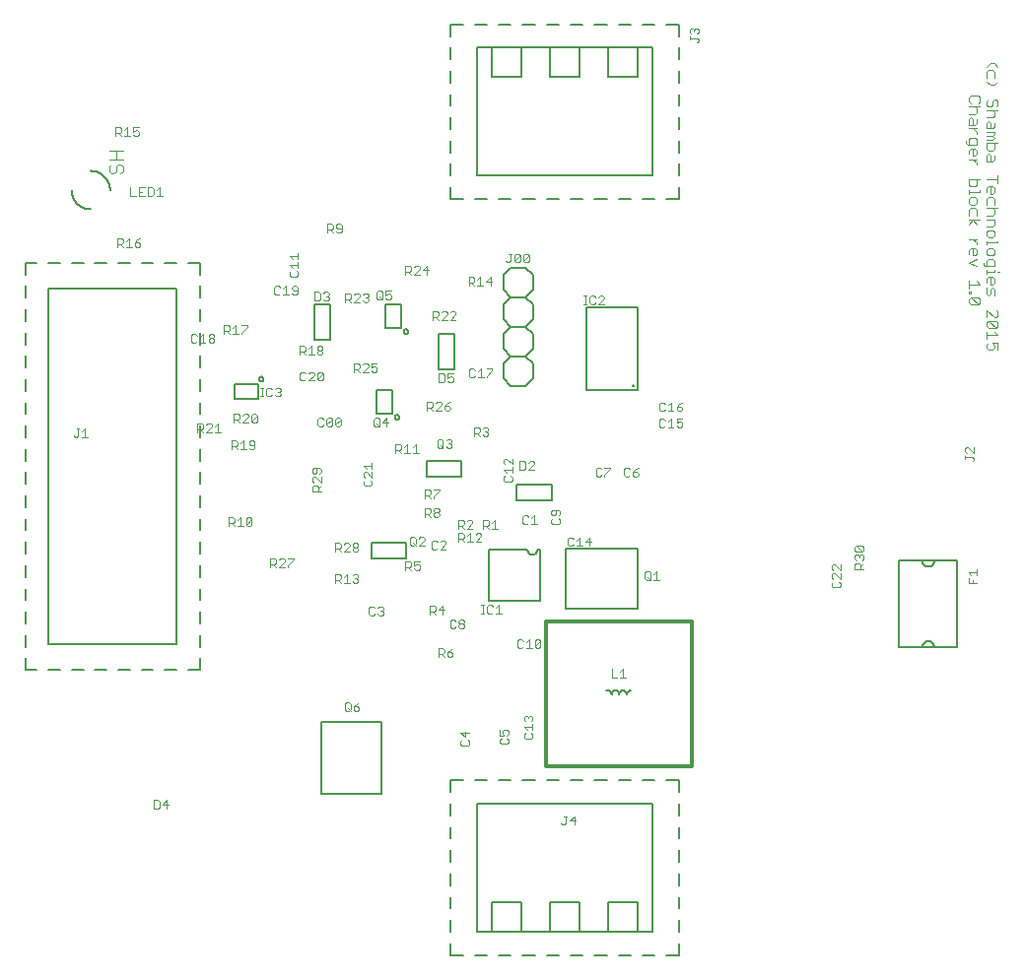
<source format=gto>
G75*
%MOIN*%
%OFA0B0*%
%FSLAX25Y25*%
%IPPOS*%
%LPD*%
%AMOC8*
5,1,8,0,0,1.08239X$1,22.5*
%
%ADD10R,0.00394X0.07874*%
%ADD11R,0.00394X0.13386*%
%ADD12R,0.00394X0.17323*%
%ADD13R,0.00394X0.20472*%
%ADD14R,0.00394X0.22835*%
%ADD15R,0.00394X0.25197*%
%ADD16R,0.00394X0.27559*%
%ADD17R,0.00394X0.29134*%
%ADD18R,0.00394X0.30709*%
%ADD19R,0.00394X0.32283*%
%ADD20R,0.00394X0.33858*%
%ADD21R,0.00394X0.35433*%
%ADD22R,0.00394X0.37008*%
%ADD23R,0.00394X0.38583*%
%ADD24R,0.00394X0.40157*%
%ADD25R,0.00394X0.40945*%
%ADD26R,0.00394X0.42520*%
%ADD27R,0.00394X0.43307*%
%ADD28R,0.00394X0.44094*%
%ADD29R,0.00394X0.45669*%
%ADD30R,0.00394X0.46457*%
%ADD31R,0.00394X0.47244*%
%ADD32R,0.00394X0.48031*%
%ADD33R,0.00394X0.49606*%
%ADD34R,0.00394X0.50394*%
%ADD35R,0.00394X0.51181*%
%ADD36R,0.00394X0.51969*%
%ADD37R,0.00394X0.52756*%
%ADD38R,0.00394X0.53543*%
%ADD39R,0.00394X0.54331*%
%ADD40R,0.00394X0.55118*%
%ADD41R,0.00394X0.55906*%
%ADD42R,0.00394X0.56693*%
%ADD43R,0.00394X0.57480*%
%ADD44R,0.00394X0.58268*%
%ADD45R,0.00394X0.59055*%
%ADD46R,0.00394X0.59843*%
%ADD47R,0.00394X0.60630*%
%ADD48R,0.00394X0.61417*%
%ADD49R,0.00394X0.62205*%
%ADD50R,0.00394X0.62992*%
%ADD51R,0.00394X0.63780*%
%ADD52R,0.00394X0.64567*%
%ADD53R,0.00394X0.65354*%
%ADD54R,0.00394X0.66142*%
%ADD55R,0.00394X0.18898*%
%ADD56R,0.00394X0.16929*%
%ADD57R,0.00394X0.22441*%
%ADD58R,0.00394X0.18504*%
%ADD59R,0.00394X0.14567*%
%ADD60R,0.00394X0.21260*%
%ADD61R,0.00394X0.18110*%
%ADD62R,0.00394X0.12992*%
%ADD63R,0.00394X0.20079*%
%ADD64R,0.00394X0.11811*%
%ADD65R,0.00394X0.19685*%
%ADD66R,0.00394X0.17717*%
%ADD67R,0.00394X0.10630*%
%ADD68R,0.00394X0.09843*%
%ADD69R,0.00394X0.09055*%
%ADD70R,0.00394X0.08661*%
%ADD71R,0.00394X0.07480*%
%ADD72R,0.00394X0.07087*%
%ADD73R,0.00394X0.06693*%
%ADD74R,0.00394X0.06299*%
%ADD75R,0.00394X0.16535*%
%ADD76R,0.00394X0.05906*%
%ADD77R,0.00394X0.16142*%
%ADD78R,0.00394X0.05512*%
%ADD79R,0.00394X0.05118*%
%ADD80R,0.00394X0.19291*%
%ADD81R,0.00394X0.04724*%
%ADD82R,0.00394X0.03543*%
%ADD83R,0.00394X0.15748*%
%ADD84R,0.00394X0.04331*%
%ADD85R,0.00394X0.03937*%
%ADD86R,0.00394X0.08268*%
%ADD87R,0.00394X0.15354*%
%ADD88R,0.00394X0.10236*%
%ADD89R,0.00394X0.11024*%
%ADD90R,0.00394X0.11417*%
%ADD91R,0.00394X0.09449*%
%ADD92R,0.00394X0.02756*%
%ADD93R,0.00394X0.20866*%
%ADD94R,0.00394X0.22047*%
%ADD95R,0.00394X0.12205*%
%ADD96R,0.00394X0.13780*%
%ADD97R,0.00394X0.23228*%
%ADD98R,0.00394X0.21654*%
%ADD99R,0.00394X0.24409*%
%ADD100R,0.00394X0.42126*%
%ADD101R,0.00394X0.26378*%
%ADD102R,0.00394X0.72441*%
%ADD103R,0.00394X0.71654*%
%ADD104R,0.00394X0.70866*%
%ADD105R,0.00394X0.70079*%
%ADD106R,0.00394X0.69291*%
%ADD107R,0.00394X0.45276*%
%ADD108R,0.00394X0.44488*%
%ADD109R,0.00394X0.43701*%
%ADD110R,0.00394X0.42913*%
%ADD111R,0.00394X0.41732*%
%ADD112R,0.00394X0.41339*%
%ADD113C,0.00300*%
%ADD114C,0.00500*%
%ADD115C,0.00600*%
%ADD116C,0.01200*%
%ADD117C,0.00400*%
D10*
X0244701Y0206315D03*
X0267929Y0211433D03*
X0288008Y0211433D03*
X0319110Y0206315D03*
D11*
X0318717Y0206315D03*
X0245094Y0206315D03*
D12*
X0245488Y0206315D03*
X0268717Y0179937D03*
X0284071Y0177575D03*
X0284465Y0177575D03*
X0318323Y0206315D03*
X0298244Y0231118D03*
D13*
X0289976Y0232693D03*
X0289583Y0232693D03*
X0288402Y0233087D03*
X0288008Y0233087D03*
X0285646Y0233480D03*
X0285252Y0233480D03*
X0284858Y0233480D03*
X0284465Y0233480D03*
X0284071Y0233480D03*
X0283677Y0233480D03*
X0283283Y0233480D03*
X0282890Y0233480D03*
X0282496Y0233480D03*
X0282102Y0233480D03*
X0281709Y0233480D03*
X0281315Y0233480D03*
X0280921Y0233480D03*
X0280528Y0233480D03*
X0280134Y0233480D03*
X0279740Y0233480D03*
X0279346Y0233480D03*
X0278953Y0233480D03*
X0278559Y0233480D03*
X0278165Y0233480D03*
X0245882Y0206315D03*
X0317929Y0206315D03*
D14*
X0317535Y0206315D03*
X0290370Y0181118D03*
X0246276Y0206315D03*
D15*
X0246669Y0206315D03*
X0317142Y0206315D03*
D16*
X0316748Y0206315D03*
X0247063Y0206315D03*
D17*
X0247457Y0206315D03*
X0316354Y0206315D03*
D18*
X0315961Y0206315D03*
X0247850Y0206315D03*
D19*
X0248244Y0206315D03*
X0315567Y0206315D03*
D20*
X0315173Y0206315D03*
X0248638Y0206315D03*
D21*
X0249031Y0206315D03*
X0314780Y0206315D03*
D22*
X0314386Y0206315D03*
X0249425Y0206315D03*
D23*
X0249819Y0206315D03*
X0313992Y0206315D03*
D24*
X0313598Y0206315D03*
X0250213Y0206315D03*
D25*
X0250606Y0206315D03*
X0301394Y0194898D03*
X0302181Y0195291D03*
X0302575Y0195685D03*
X0313205Y0206315D03*
D26*
X0312811Y0206315D03*
X0298638Y0194110D03*
X0251000Y0206315D03*
D27*
X0251394Y0206315D03*
X0297850Y0194110D03*
X0312417Y0206315D03*
D28*
X0312024Y0206315D03*
X0251787Y0206315D03*
D29*
X0252181Y0206315D03*
X0311630Y0206315D03*
D30*
X0311236Y0206315D03*
X0296276Y0194898D03*
X0252575Y0206315D03*
D31*
X0252969Y0206315D03*
X0310843Y0206315D03*
D32*
X0310449Y0206315D03*
X0253362Y0206315D03*
D33*
X0253756Y0206315D03*
X0310055Y0206315D03*
D34*
X0309661Y0206315D03*
X0254150Y0206315D03*
D35*
X0254543Y0206315D03*
X0309268Y0206315D03*
D36*
X0308874Y0206315D03*
X0254937Y0206315D03*
D37*
X0255331Y0206315D03*
X0308480Y0206315D03*
D38*
X0308087Y0206315D03*
X0255724Y0206315D03*
D39*
X0256118Y0206315D03*
X0307693Y0206315D03*
D40*
X0307299Y0206315D03*
X0256512Y0206315D03*
D41*
X0256906Y0206315D03*
X0306906Y0206315D03*
D42*
X0306512Y0206315D03*
X0306118Y0206315D03*
X0257693Y0206315D03*
X0257299Y0206315D03*
D43*
X0258087Y0206315D03*
X0305724Y0206315D03*
D44*
X0305331Y0206315D03*
X0258480Y0206315D03*
D45*
X0258874Y0206315D03*
X0304937Y0206315D03*
D46*
X0304543Y0206315D03*
X0304150Y0206315D03*
X0259661Y0206315D03*
X0259268Y0206315D03*
D47*
X0260055Y0206315D03*
D48*
X0260449Y0206315D03*
D49*
X0260843Y0206315D03*
X0261236Y0206315D03*
D50*
X0261630Y0206315D03*
D51*
X0262024Y0206315D03*
X0262417Y0206315D03*
D52*
X0262811Y0206315D03*
X0263205Y0206315D03*
D53*
X0263598Y0206315D03*
X0263992Y0206315D03*
D54*
X0264386Y0206315D03*
D55*
X0264780Y0229937D03*
X0270685Y0232693D03*
X0271079Y0232693D03*
X0271472Y0232693D03*
X0297063Y0231118D03*
X0287220Y0178756D03*
X0266748Y0181512D03*
X0266354Y0181906D03*
D56*
X0269110Y0179740D03*
X0269504Y0179346D03*
X0283283Y0177378D03*
X0283677Y0177378D03*
X0264780Y0209268D03*
X0298638Y0231315D03*
D57*
X0264780Y0184465D03*
D58*
X0286827Y0178559D03*
X0265173Y0230528D03*
X0269504Y0232496D03*
X0269898Y0232496D03*
X0270291Y0232496D03*
D59*
X0265173Y0209661D03*
D60*
X0265173Y0183480D03*
X0289583Y0180331D03*
X0290764Y0231906D03*
D61*
X0297457Y0231118D03*
X0269110Y0232299D03*
X0268717Y0232299D03*
X0268323Y0232299D03*
X0267929Y0231906D03*
X0267535Y0231906D03*
X0265961Y0231118D03*
X0265567Y0230724D03*
X0267142Y0181118D03*
X0267535Y0180724D03*
X0285646Y0177969D03*
X0286039Y0178362D03*
X0286433Y0178362D03*
D62*
X0265567Y0210055D03*
D63*
X0275409Y0233283D03*
X0275803Y0233283D03*
X0276197Y0233283D03*
X0276591Y0233283D03*
X0276984Y0233283D03*
X0277378Y0233283D03*
X0277772Y0233283D03*
X0286039Y0233283D03*
X0286433Y0233283D03*
X0286827Y0233283D03*
X0287220Y0233283D03*
X0287614Y0233283D03*
X0288795Y0232890D03*
X0289189Y0232890D03*
X0265567Y0182890D03*
X0288402Y0179346D03*
X0288795Y0179740D03*
D64*
X0265961Y0210252D03*
D65*
X0273441Y0233087D03*
X0273835Y0233087D03*
X0274228Y0233087D03*
X0274622Y0233087D03*
X0275016Y0233087D03*
X0265961Y0182299D03*
X0288008Y0179150D03*
D66*
X0285252Y0177772D03*
X0284858Y0177772D03*
X0268323Y0180134D03*
X0267929Y0180528D03*
X0266354Y0231315D03*
X0266748Y0231709D03*
X0267142Y0231709D03*
X0297850Y0231315D03*
D67*
X0266354Y0210449D03*
X0275803Y0198244D03*
X0276197Y0198244D03*
X0280134Y0198244D03*
X0280528Y0198244D03*
D68*
X0280921Y0198244D03*
X0275016Y0198244D03*
X0266748Y0210843D03*
D69*
X0267142Y0210843D03*
X0274622Y0198244D03*
X0281709Y0198244D03*
D70*
X0288795Y0211039D03*
X0267535Y0211039D03*
D71*
X0268323Y0211630D03*
X0273835Y0198244D03*
X0282496Y0198244D03*
X0287614Y0211630D03*
D72*
X0287220Y0211827D03*
X0268717Y0211827D03*
D73*
X0269110Y0212024D03*
X0269504Y0212024D03*
X0273441Y0198244D03*
X0286827Y0212024D03*
D74*
X0286433Y0212220D03*
X0282890Y0198441D03*
X0269898Y0212220D03*
D75*
X0299031Y0231118D03*
X0299425Y0231118D03*
X0270685Y0178756D03*
X0269898Y0179150D03*
X0282102Y0177181D03*
X0282496Y0177181D03*
X0282890Y0177181D03*
D76*
X0285646Y0212417D03*
X0286039Y0212417D03*
X0270291Y0212417D03*
D77*
X0299819Y0230921D03*
X0303756Y0228559D03*
X0270291Y0178953D03*
X0271079Y0178559D03*
X0271472Y0178559D03*
X0271866Y0178165D03*
X0272260Y0178165D03*
X0280134Y0176984D03*
X0280528Y0176984D03*
X0280921Y0176984D03*
X0281315Y0176984D03*
X0281709Y0176984D03*
D78*
X0273047Y0198441D03*
X0271079Y0212614D03*
X0270685Y0212614D03*
X0285252Y0212614D03*
D79*
X0284858Y0212811D03*
X0284465Y0212811D03*
X0271866Y0212811D03*
X0271472Y0212811D03*
X0283283Y0198244D03*
D80*
X0287614Y0178953D03*
X0296669Y0230921D03*
X0273047Y0232890D03*
X0272654Y0232890D03*
X0272260Y0232890D03*
X0271866Y0232890D03*
D81*
X0272260Y0213008D03*
X0272654Y0213008D03*
X0283677Y0213008D03*
X0284071Y0213008D03*
D82*
X0280528Y0213598D03*
X0280134Y0213598D03*
X0279740Y0213598D03*
X0279346Y0213598D03*
X0278953Y0213598D03*
X0278559Y0213598D03*
X0278165Y0213598D03*
X0277772Y0213598D03*
X0277378Y0213598D03*
X0276984Y0213598D03*
X0276591Y0213598D03*
X0276197Y0213598D03*
X0275803Y0213598D03*
X0272654Y0198244D03*
D83*
X0272654Y0177969D03*
X0273047Y0177969D03*
X0273441Y0177575D03*
X0273835Y0177575D03*
X0274228Y0177575D03*
X0275409Y0177181D03*
X0275803Y0177181D03*
X0276197Y0177181D03*
X0278165Y0176787D03*
X0278559Y0176787D03*
X0278953Y0176787D03*
X0279346Y0176787D03*
X0279740Y0176787D03*
X0303362Y0229150D03*
X0302969Y0229543D03*
X0301000Y0230724D03*
X0300606Y0230724D03*
X0300213Y0231118D03*
D84*
X0283283Y0213205D03*
X0282890Y0213205D03*
X0282496Y0213205D03*
X0273835Y0213205D03*
X0273441Y0213205D03*
X0273047Y0213205D03*
D85*
X0274228Y0213402D03*
X0274622Y0213402D03*
X0275016Y0213402D03*
X0275409Y0213402D03*
X0280921Y0213402D03*
X0281315Y0213402D03*
X0281709Y0213402D03*
X0282102Y0213402D03*
D86*
X0288402Y0211236D03*
X0282102Y0198244D03*
X0274228Y0198244D03*
D87*
X0291157Y0210055D03*
X0302575Y0229740D03*
X0302181Y0230134D03*
X0301787Y0230528D03*
X0301394Y0230528D03*
X0277772Y0176984D03*
X0277378Y0176984D03*
X0276984Y0176984D03*
X0276591Y0176984D03*
X0275016Y0177378D03*
X0274622Y0177378D03*
D88*
X0275409Y0198441D03*
X0289583Y0210646D03*
D89*
X0289976Y0210646D03*
X0279740Y0198441D03*
X0276591Y0198441D03*
D90*
X0276984Y0198244D03*
X0277378Y0198244D03*
X0277772Y0198244D03*
X0278165Y0198244D03*
X0278559Y0198244D03*
X0278953Y0198244D03*
X0279346Y0198244D03*
D91*
X0281315Y0198441D03*
X0289189Y0211039D03*
D92*
X0283677Y0198244D03*
D93*
X0289189Y0180134D03*
X0296276Y0230528D03*
X0290370Y0232496D03*
D94*
X0289976Y0180724D03*
D95*
X0290370Y0210449D03*
D96*
X0290764Y0210055D03*
D97*
X0290764Y0181709D03*
D98*
X0291157Y0231709D03*
D99*
X0291157Y0182299D03*
D100*
X0299031Y0194307D03*
X0299425Y0194307D03*
X0291551Y0221472D03*
D101*
X0291551Y0183283D03*
D102*
X0291945Y0206315D03*
D103*
X0292339Y0206315D03*
X0292732Y0206315D03*
X0293126Y0206315D03*
D104*
X0293520Y0206315D03*
X0293913Y0206315D03*
X0294307Y0206315D03*
D105*
X0294701Y0206315D03*
X0295094Y0206315D03*
X0295488Y0206315D03*
D106*
X0295882Y0206315D03*
D107*
X0296669Y0194701D03*
D108*
X0297063Y0194307D03*
D109*
X0297457Y0194307D03*
D110*
X0298244Y0194307D03*
D111*
X0299819Y0194504D03*
X0300213Y0194504D03*
X0303756Y0196866D03*
D112*
X0303362Y0196276D03*
X0302969Y0195882D03*
X0301787Y0195094D03*
X0301000Y0194701D03*
X0300606Y0194701D03*
D113*
X0059767Y0063910D02*
X0058315Y0063910D01*
X0058315Y0066812D01*
X0059767Y0066812D01*
X0060250Y0066329D01*
X0060250Y0064394D01*
X0059767Y0063910D01*
X0061262Y0065361D02*
X0063197Y0065361D01*
X0062713Y0063910D02*
X0062713Y0066812D01*
X0061262Y0065361D01*
X0122867Y0097461D02*
X0123350Y0096977D01*
X0124318Y0096977D01*
X0124802Y0097461D01*
X0124802Y0099395D01*
X0124318Y0099879D01*
X0123350Y0099879D01*
X0122867Y0099395D01*
X0122867Y0097461D01*
X0123834Y0097944D02*
X0124802Y0096977D01*
X0125813Y0097461D02*
X0126297Y0096977D01*
X0127264Y0096977D01*
X0127748Y0097461D01*
X0127748Y0097944D01*
X0127264Y0098428D01*
X0125813Y0098428D01*
X0125813Y0097461D01*
X0125813Y0098428D02*
X0126781Y0099395D01*
X0127748Y0099879D01*
X0154560Y0115324D02*
X0154560Y0118226D01*
X0156011Y0118226D01*
X0156495Y0117743D01*
X0156495Y0116775D01*
X0156011Y0116291D01*
X0154560Y0116291D01*
X0155528Y0116291D02*
X0156495Y0115324D01*
X0157507Y0115808D02*
X0157990Y0115324D01*
X0158958Y0115324D01*
X0159442Y0115808D01*
X0159442Y0116291D01*
X0158958Y0116775D01*
X0157507Y0116775D01*
X0157507Y0115808D01*
X0157507Y0116775D02*
X0158474Y0117743D01*
X0159442Y0118226D01*
X0159904Y0124973D02*
X0158937Y0124973D01*
X0158453Y0125457D01*
X0158453Y0127392D01*
X0158937Y0127875D01*
X0159904Y0127875D01*
X0160388Y0127392D01*
X0161400Y0127392D02*
X0161400Y0126908D01*
X0161883Y0126424D01*
X0162851Y0126424D01*
X0163335Y0125940D01*
X0163335Y0125457D01*
X0162851Y0124973D01*
X0161883Y0124973D01*
X0161400Y0125457D01*
X0161400Y0125940D01*
X0161883Y0126424D01*
X0162851Y0126424D02*
X0163335Y0126908D01*
X0163335Y0127392D01*
X0162851Y0127875D01*
X0161883Y0127875D01*
X0161400Y0127392D01*
X0160388Y0125457D02*
X0159904Y0124973D01*
X0156084Y0129710D02*
X0156084Y0132612D01*
X0154633Y0131161D01*
X0156568Y0131161D01*
X0153621Y0131161D02*
X0153137Y0130677D01*
X0151686Y0130677D01*
X0151686Y0129710D02*
X0151686Y0132612D01*
X0153137Y0132612D01*
X0153621Y0132129D01*
X0153621Y0131161D01*
X0152654Y0130677D02*
X0153621Y0129710D01*
X0169059Y0129930D02*
X0170027Y0129930D01*
X0169543Y0129930D02*
X0169543Y0132832D01*
X0169059Y0132832D02*
X0170027Y0132832D01*
X0171024Y0132348D02*
X0171024Y0130413D01*
X0171508Y0129930D01*
X0172475Y0129930D01*
X0172959Y0130413D01*
X0173970Y0129930D02*
X0175905Y0129930D01*
X0174938Y0129930D02*
X0174938Y0132832D01*
X0173970Y0131865D01*
X0172959Y0132348D02*
X0172475Y0132832D01*
X0171508Y0132832D01*
X0171024Y0132348D01*
X0181735Y0121219D02*
X0181251Y0120735D01*
X0181251Y0118800D01*
X0181735Y0118316D01*
X0182703Y0118316D01*
X0183186Y0118800D01*
X0184198Y0118316D02*
X0186133Y0118316D01*
X0185165Y0118316D02*
X0185165Y0121219D01*
X0184198Y0120251D01*
X0183186Y0120735D02*
X0182703Y0121219D01*
X0181735Y0121219D01*
X0187144Y0120735D02*
X0187144Y0118800D01*
X0189079Y0120735D01*
X0189079Y0118800D01*
X0188596Y0118316D01*
X0187628Y0118316D01*
X0187144Y0118800D01*
X0187144Y0120735D02*
X0187628Y0121219D01*
X0188596Y0121219D01*
X0189079Y0120735D01*
X0213150Y0111312D02*
X0213150Y0108410D01*
X0215085Y0108410D01*
X0216097Y0108410D02*
X0218031Y0108410D01*
X0217064Y0108410D02*
X0217064Y0111312D01*
X0216097Y0110345D01*
X0186393Y0094919D02*
X0186393Y0093952D01*
X0185910Y0093468D01*
X0186393Y0092457D02*
X0186393Y0090522D01*
X0186393Y0091489D02*
X0183491Y0091489D01*
X0184458Y0090522D01*
X0183975Y0089510D02*
X0183491Y0089026D01*
X0183491Y0088059D01*
X0183975Y0087575D01*
X0185910Y0087575D01*
X0186393Y0088059D01*
X0186393Y0089026D01*
X0185910Y0089510D01*
X0183975Y0093468D02*
X0183491Y0093952D01*
X0183491Y0094919D01*
X0183975Y0095403D01*
X0184458Y0095403D01*
X0184942Y0094919D01*
X0185426Y0095403D01*
X0185910Y0095403D01*
X0186393Y0094919D01*
X0184942Y0094919D02*
X0184942Y0094436D01*
X0178219Y0090147D02*
X0178219Y0089179D01*
X0177736Y0088696D01*
X0176768Y0088696D02*
X0176284Y0089663D01*
X0176284Y0090147D01*
X0176768Y0090631D01*
X0177736Y0090631D01*
X0178219Y0090147D01*
X0176768Y0088696D02*
X0175317Y0088696D01*
X0175317Y0090631D01*
X0175801Y0087684D02*
X0175317Y0087200D01*
X0175317Y0086233D01*
X0175801Y0085749D01*
X0177736Y0085749D01*
X0178219Y0086233D01*
X0178219Y0087200D01*
X0177736Y0087684D01*
X0164979Y0086622D02*
X0164979Y0085654D01*
X0164495Y0085170D01*
X0162560Y0085170D01*
X0162077Y0085654D01*
X0162077Y0086622D01*
X0162560Y0087105D01*
X0163528Y0088117D02*
X0162077Y0089568D01*
X0164979Y0089568D01*
X0163528Y0090052D02*
X0163528Y0088117D01*
X0164495Y0087105D02*
X0164979Y0086622D01*
X0197058Y0061395D02*
X0198026Y0061395D01*
X0197542Y0061395D02*
X0197542Y0058976D01*
X0197058Y0058493D01*
X0196575Y0058493D01*
X0196091Y0058976D01*
X0199037Y0059944D02*
X0200972Y0059944D01*
X0200489Y0061395D02*
X0199037Y0059944D01*
X0200489Y0058493D02*
X0200489Y0061395D01*
X0135477Y0129410D02*
X0134509Y0129410D01*
X0134026Y0129894D01*
X0133014Y0129894D02*
X0132530Y0129410D01*
X0131563Y0129410D01*
X0131079Y0129894D01*
X0131079Y0131829D01*
X0131563Y0132312D01*
X0132530Y0132312D01*
X0133014Y0131829D01*
X0134026Y0131829D02*
X0134509Y0132312D01*
X0135477Y0132312D01*
X0135961Y0131829D01*
X0135961Y0131345D01*
X0135477Y0130861D01*
X0135961Y0130377D01*
X0135961Y0129894D01*
X0135477Y0129410D01*
X0135477Y0130861D02*
X0134993Y0130861D01*
X0126923Y0140410D02*
X0125956Y0140410D01*
X0125472Y0140894D01*
X0124461Y0140410D02*
X0122526Y0140410D01*
X0123493Y0140410D02*
X0123493Y0143312D01*
X0122526Y0142345D01*
X0121514Y0142829D02*
X0121514Y0141861D01*
X0121030Y0141377D01*
X0119579Y0141377D01*
X0119579Y0140410D02*
X0119579Y0143312D01*
X0121030Y0143312D01*
X0121514Y0142829D01*
X0120547Y0141377D02*
X0121514Y0140410D01*
X0125472Y0142829D02*
X0125956Y0143312D01*
X0126923Y0143312D01*
X0127407Y0142829D01*
X0127407Y0142345D01*
X0126923Y0141861D01*
X0127407Y0141377D01*
X0127407Y0140894D01*
X0126923Y0140410D01*
X0126923Y0141861D02*
X0126440Y0141861D01*
X0126923Y0150910D02*
X0125956Y0150910D01*
X0125472Y0151394D01*
X0125472Y0151877D01*
X0125956Y0152361D01*
X0126923Y0152361D01*
X0127407Y0151877D01*
X0127407Y0151394D01*
X0126923Y0150910D01*
X0126923Y0152361D02*
X0127407Y0152845D01*
X0127407Y0153329D01*
X0126923Y0153812D01*
X0125956Y0153812D01*
X0125472Y0153329D01*
X0125472Y0152845D01*
X0125956Y0152361D01*
X0124461Y0152845D02*
X0122526Y0150910D01*
X0124461Y0150910D01*
X0124461Y0152845D02*
X0124461Y0153329D01*
X0123977Y0153812D01*
X0123009Y0153812D01*
X0122526Y0153329D01*
X0121514Y0153329D02*
X0121514Y0152361D01*
X0121030Y0151877D01*
X0119579Y0151877D01*
X0119579Y0150910D02*
X0119579Y0153812D01*
X0121030Y0153812D01*
X0121514Y0153329D01*
X0120547Y0151877D02*
X0121514Y0150910D01*
X0105568Y0148612D02*
X0105568Y0148129D01*
X0103633Y0146194D01*
X0103633Y0145710D01*
X0102621Y0145710D02*
X0100686Y0145710D01*
X0102621Y0147645D01*
X0102621Y0148129D01*
X0102137Y0148612D01*
X0101170Y0148612D01*
X0100686Y0148129D01*
X0099675Y0148129D02*
X0099675Y0147161D01*
X0099191Y0146677D01*
X0097740Y0146677D01*
X0098707Y0146677D02*
X0099675Y0145710D01*
X0097740Y0145710D02*
X0097740Y0148612D01*
X0099191Y0148612D01*
X0099675Y0148129D01*
X0103633Y0148612D02*
X0105568Y0148612D01*
X0091398Y0160024D02*
X0091398Y0161959D01*
X0089463Y0160024D01*
X0089947Y0159541D01*
X0090915Y0159541D01*
X0091398Y0160024D01*
X0089463Y0160024D02*
X0089463Y0161959D01*
X0089947Y0162443D01*
X0090915Y0162443D01*
X0091398Y0161959D01*
X0088452Y0159541D02*
X0086517Y0159541D01*
X0087484Y0159541D02*
X0087484Y0162443D01*
X0086517Y0161476D01*
X0085505Y0161959D02*
X0085505Y0160992D01*
X0085022Y0160508D01*
X0083570Y0160508D01*
X0083570Y0159541D02*
X0083570Y0162443D01*
X0085022Y0162443D01*
X0085505Y0161959D01*
X0084538Y0160508D02*
X0085505Y0159541D01*
X0111907Y0171401D02*
X0111907Y0172852D01*
X0112391Y0173336D01*
X0113359Y0173336D01*
X0113842Y0172852D01*
X0113842Y0171401D01*
X0113842Y0172368D02*
X0114810Y0173336D01*
X0114810Y0174348D02*
X0112875Y0176282D01*
X0112391Y0176282D01*
X0111907Y0175799D01*
X0111907Y0174831D01*
X0112391Y0174348D01*
X0114810Y0174348D02*
X0114810Y0176282D01*
X0114326Y0177294D02*
X0114810Y0177778D01*
X0114810Y0178745D01*
X0114326Y0179229D01*
X0112391Y0179229D01*
X0111907Y0178745D01*
X0111907Y0177778D01*
X0112391Y0177294D01*
X0112875Y0177294D01*
X0113359Y0177778D01*
X0113359Y0179229D01*
X0114810Y0171401D02*
X0111907Y0171401D01*
X0129148Y0173575D02*
X0129632Y0173091D01*
X0131567Y0173091D01*
X0132051Y0173575D01*
X0132051Y0174542D01*
X0131567Y0175026D01*
X0132051Y0176037D02*
X0130116Y0177972D01*
X0129632Y0177972D01*
X0129148Y0177489D01*
X0129148Y0176521D01*
X0129632Y0176037D01*
X0129632Y0175026D02*
X0129148Y0174542D01*
X0129148Y0173575D01*
X0132051Y0176037D02*
X0132051Y0177972D01*
X0132051Y0178984D02*
X0132051Y0180919D01*
X0132051Y0179951D02*
X0129148Y0179951D01*
X0130116Y0178984D01*
X0140070Y0184379D02*
X0140070Y0187282D01*
X0141522Y0187282D01*
X0142005Y0186798D01*
X0142005Y0185830D01*
X0141522Y0185347D01*
X0140070Y0185347D01*
X0141038Y0185347D02*
X0142005Y0184379D01*
X0143017Y0184379D02*
X0144952Y0184379D01*
X0143984Y0184379D02*
X0143984Y0187282D01*
X0143017Y0186314D01*
X0145963Y0186314D02*
X0146931Y0187282D01*
X0146931Y0184379D01*
X0147898Y0184379D02*
X0145963Y0184379D01*
X0154170Y0186516D02*
X0154653Y0186032D01*
X0155621Y0186032D01*
X0156105Y0186516D01*
X0156105Y0188451D01*
X0155621Y0188934D01*
X0154653Y0188934D01*
X0154170Y0188451D01*
X0154170Y0186516D01*
X0155137Y0186999D02*
X0156105Y0186032D01*
X0157116Y0186516D02*
X0157600Y0186032D01*
X0158567Y0186032D01*
X0159051Y0186516D01*
X0159051Y0186999D01*
X0158567Y0187483D01*
X0158084Y0187483D01*
X0158567Y0187483D02*
X0159051Y0187967D01*
X0159051Y0188451D01*
X0158567Y0188934D01*
X0157600Y0188934D01*
X0157116Y0188451D01*
X0166517Y0190041D02*
X0166517Y0192943D01*
X0167968Y0192943D01*
X0168452Y0192459D01*
X0168452Y0191492D01*
X0167968Y0191008D01*
X0166517Y0191008D01*
X0167484Y0191008D02*
X0168452Y0190041D01*
X0169463Y0190524D02*
X0169947Y0190041D01*
X0170915Y0190041D01*
X0171398Y0190524D01*
X0171398Y0191008D01*
X0170915Y0191492D01*
X0170431Y0191492D01*
X0170915Y0191492D02*
X0171398Y0191976D01*
X0171398Y0192459D01*
X0170915Y0192943D01*
X0169947Y0192943D01*
X0169463Y0192459D01*
X0177060Y0182398D02*
X0176577Y0181915D01*
X0176577Y0180947D01*
X0177060Y0180463D01*
X0177060Y0182398D02*
X0177544Y0182398D01*
X0179479Y0180463D01*
X0179479Y0182398D01*
X0182056Y0181529D02*
X0183507Y0181529D01*
X0183990Y0181045D01*
X0183990Y0179110D01*
X0183507Y0178626D01*
X0182056Y0178626D01*
X0182056Y0181529D01*
X0185002Y0181045D02*
X0185486Y0181529D01*
X0186453Y0181529D01*
X0186937Y0181045D01*
X0186937Y0180561D01*
X0185002Y0178626D01*
X0186937Y0178626D01*
X0179479Y0178484D02*
X0176577Y0178484D01*
X0177544Y0177517D01*
X0177060Y0176505D02*
X0176577Y0176022D01*
X0176577Y0175054D01*
X0177060Y0174570D01*
X0178995Y0174570D01*
X0179479Y0175054D01*
X0179479Y0176022D01*
X0178995Y0176505D01*
X0179479Y0177517D02*
X0179479Y0179452D01*
X0193234Y0165059D02*
X0192751Y0164575D01*
X0192751Y0163608D01*
X0193234Y0163124D01*
X0193718Y0163124D01*
X0194202Y0163608D01*
X0194202Y0165059D01*
X0195169Y0165059D02*
X0193234Y0165059D01*
X0195169Y0165059D02*
X0195653Y0164575D01*
X0195653Y0163608D01*
X0195169Y0163124D01*
X0195169Y0162113D02*
X0195653Y0161629D01*
X0195653Y0160661D01*
X0195169Y0160178D01*
X0193234Y0160178D01*
X0192751Y0160661D01*
X0192751Y0161629D01*
X0193234Y0162113D01*
X0187976Y0160189D02*
X0186041Y0160189D01*
X0187009Y0160189D02*
X0187009Y0163092D01*
X0186041Y0162124D01*
X0185030Y0162608D02*
X0184546Y0163092D01*
X0183579Y0163092D01*
X0183095Y0162608D01*
X0183095Y0160673D01*
X0183579Y0160189D01*
X0184546Y0160189D01*
X0185030Y0160673D01*
X0174568Y0158710D02*
X0172633Y0158710D01*
X0173600Y0158710D02*
X0173600Y0161612D01*
X0172633Y0160645D01*
X0171621Y0161129D02*
X0171621Y0160161D01*
X0171137Y0159677D01*
X0169686Y0159677D01*
X0169686Y0158710D02*
X0169686Y0161612D01*
X0171137Y0161612D01*
X0171621Y0161129D01*
X0170654Y0159677D02*
X0171621Y0158710D01*
X0169068Y0156629D02*
X0168584Y0157112D01*
X0167616Y0157112D01*
X0167133Y0156629D01*
X0169068Y0156629D02*
X0169068Y0156145D01*
X0167133Y0154210D01*
X0169068Y0154210D01*
X0166121Y0154210D02*
X0164186Y0154210D01*
X0165154Y0154210D02*
X0165154Y0157112D01*
X0164186Y0156145D01*
X0163175Y0156629D02*
X0163175Y0155661D01*
X0162691Y0155177D01*
X0161240Y0155177D01*
X0162207Y0155177D02*
X0163175Y0154210D01*
X0161240Y0154210D02*
X0161240Y0157112D01*
X0162691Y0157112D01*
X0163175Y0156629D01*
X0163121Y0158710D02*
X0162154Y0159677D01*
X0162637Y0159677D02*
X0161186Y0159677D01*
X0161186Y0158710D02*
X0161186Y0161612D01*
X0162637Y0161612D01*
X0163121Y0161129D01*
X0163121Y0160161D01*
X0162637Y0159677D01*
X0164133Y0158710D02*
X0166068Y0160645D01*
X0166068Y0161129D01*
X0165584Y0161612D01*
X0164616Y0161612D01*
X0164133Y0161129D01*
X0164133Y0158710D02*
X0166068Y0158710D01*
X0157068Y0154129D02*
X0156584Y0154612D01*
X0155616Y0154612D01*
X0155133Y0154129D01*
X0154121Y0154129D02*
X0153637Y0154612D01*
X0152670Y0154612D01*
X0152186Y0154129D01*
X0152186Y0152194D01*
X0152670Y0151710D01*
X0153637Y0151710D01*
X0154121Y0152194D01*
X0155133Y0151710D02*
X0157068Y0153645D01*
X0157068Y0154129D01*
X0157068Y0151710D02*
X0155133Y0151710D01*
X0149783Y0152949D02*
X0147848Y0152949D01*
X0149783Y0154884D01*
X0149783Y0155368D01*
X0149299Y0155852D01*
X0148331Y0155852D01*
X0147848Y0155368D01*
X0146836Y0155368D02*
X0146836Y0153433D01*
X0146352Y0152949D01*
X0145385Y0152949D01*
X0144901Y0153433D01*
X0144901Y0155368D01*
X0145385Y0155852D01*
X0146352Y0155852D01*
X0146836Y0155368D01*
X0145869Y0153917D02*
X0146836Y0152949D01*
X0146356Y0147643D02*
X0146356Y0146192D01*
X0147324Y0146676D01*
X0147808Y0146676D01*
X0148291Y0146192D01*
X0148291Y0145224D01*
X0147808Y0144741D01*
X0146840Y0144741D01*
X0146356Y0145224D01*
X0145345Y0144741D02*
X0144377Y0145708D01*
X0144861Y0145708D02*
X0143410Y0145708D01*
X0143410Y0144741D02*
X0143410Y0147643D01*
X0144861Y0147643D01*
X0145345Y0147159D01*
X0145345Y0146192D01*
X0144861Y0145708D01*
X0146356Y0147643D02*
X0148291Y0147643D01*
X0149910Y0162741D02*
X0149910Y0165643D01*
X0151361Y0165643D01*
X0151845Y0165159D01*
X0151845Y0164192D01*
X0151361Y0163708D01*
X0149910Y0163708D01*
X0150877Y0163708D02*
X0151845Y0162741D01*
X0152856Y0163224D02*
X0152856Y0163708D01*
X0153340Y0164192D01*
X0154308Y0164192D01*
X0154791Y0163708D01*
X0154791Y0163224D01*
X0154308Y0162741D01*
X0153340Y0162741D01*
X0152856Y0163224D01*
X0153340Y0164192D02*
X0152856Y0164676D01*
X0152856Y0165159D01*
X0153340Y0165643D01*
X0154308Y0165643D01*
X0154791Y0165159D01*
X0154791Y0164676D01*
X0154308Y0164192D01*
X0152856Y0169079D02*
X0152856Y0169563D01*
X0154791Y0171498D01*
X0154791Y0171982D01*
X0152856Y0171982D01*
X0151845Y0171498D02*
X0151361Y0171982D01*
X0149910Y0171982D01*
X0149910Y0169079D01*
X0149910Y0170047D02*
X0151361Y0170047D01*
X0151845Y0170530D01*
X0151845Y0171498D01*
X0150877Y0170047D02*
X0151845Y0169079D01*
X0137084Y0193210D02*
X0137084Y0196112D01*
X0135633Y0194661D01*
X0137568Y0194661D01*
X0134621Y0193694D02*
X0134137Y0193210D01*
X0133170Y0193210D01*
X0132686Y0193694D01*
X0132686Y0195629D01*
X0133170Y0196112D01*
X0134137Y0196112D01*
X0134621Y0195629D01*
X0134621Y0193694D01*
X0134621Y0193210D02*
X0133654Y0194177D01*
X0121588Y0193783D02*
X0121105Y0193300D01*
X0120137Y0193300D01*
X0119653Y0193783D01*
X0121588Y0195718D01*
X0121588Y0193783D01*
X0119653Y0193783D02*
X0119653Y0195718D01*
X0120137Y0196202D01*
X0121105Y0196202D01*
X0121588Y0195718D01*
X0118642Y0195718D02*
X0118158Y0196202D01*
X0117190Y0196202D01*
X0116707Y0195718D01*
X0116707Y0193783D01*
X0118642Y0195718D01*
X0118642Y0193783D01*
X0118158Y0193300D01*
X0117190Y0193300D01*
X0116707Y0193783D01*
X0115695Y0193783D02*
X0115211Y0193300D01*
X0114244Y0193300D01*
X0113760Y0193783D01*
X0113760Y0195718D01*
X0114244Y0196202D01*
X0115211Y0196202D01*
X0115695Y0195718D01*
X0101174Y0203926D02*
X0100690Y0203442D01*
X0099723Y0203442D01*
X0099239Y0203926D01*
X0098227Y0203926D02*
X0097744Y0203442D01*
X0096776Y0203442D01*
X0096292Y0203926D01*
X0096292Y0205861D01*
X0096776Y0206345D01*
X0097744Y0206345D01*
X0098227Y0205861D01*
X0099239Y0205861D02*
X0099723Y0206345D01*
X0100690Y0206345D01*
X0101174Y0205861D01*
X0101174Y0205377D01*
X0100690Y0204893D01*
X0101174Y0204410D01*
X0101174Y0203926D01*
X0100690Y0204893D02*
X0100206Y0204893D01*
X0095296Y0203442D02*
X0094328Y0203442D01*
X0094812Y0203442D02*
X0094812Y0206345D01*
X0094328Y0206345D02*
X0095296Y0206345D01*
X0092754Y0197482D02*
X0091787Y0197482D01*
X0091303Y0196998D01*
X0091303Y0195063D01*
X0093238Y0196998D01*
X0093238Y0195063D01*
X0092754Y0194579D01*
X0091787Y0194579D01*
X0091303Y0195063D01*
X0090291Y0194579D02*
X0088356Y0194579D01*
X0090291Y0196514D01*
X0090291Y0196998D01*
X0089808Y0197482D01*
X0088840Y0197482D01*
X0088356Y0196998D01*
X0087345Y0196998D02*
X0087345Y0196030D01*
X0086861Y0195547D01*
X0085410Y0195547D01*
X0086377Y0195547D02*
X0087345Y0194579D01*
X0085410Y0194579D02*
X0085410Y0197482D01*
X0086861Y0197482D01*
X0087345Y0196998D01*
X0079940Y0194312D02*
X0079940Y0191410D01*
X0080907Y0191410D02*
X0078972Y0191410D01*
X0077961Y0191410D02*
X0076026Y0191410D01*
X0077961Y0193345D01*
X0077961Y0193829D01*
X0077477Y0194312D01*
X0076509Y0194312D01*
X0076026Y0193829D01*
X0075014Y0193829D02*
X0075014Y0192861D01*
X0074530Y0192377D01*
X0073079Y0192377D01*
X0073079Y0191410D02*
X0073079Y0194312D01*
X0074530Y0194312D01*
X0075014Y0193829D01*
X0074047Y0192377D02*
X0075014Y0191410D01*
X0078972Y0193345D02*
X0079940Y0194312D01*
X0084570Y0188443D02*
X0086022Y0188443D01*
X0086505Y0187959D01*
X0086505Y0186992D01*
X0086022Y0186508D01*
X0084570Y0186508D01*
X0084570Y0185541D02*
X0084570Y0188443D01*
X0085538Y0186508D02*
X0086505Y0185541D01*
X0087517Y0185541D02*
X0089452Y0185541D01*
X0088484Y0185541D02*
X0088484Y0188443D01*
X0087517Y0187476D01*
X0090463Y0187476D02*
X0090947Y0186992D01*
X0092398Y0186992D01*
X0092398Y0187959D02*
X0091915Y0188443D01*
X0090947Y0188443D01*
X0090463Y0187959D01*
X0090463Y0187476D01*
X0090463Y0186024D02*
X0090947Y0185541D01*
X0091915Y0185541D01*
X0092398Y0186024D01*
X0092398Y0187959D01*
X0093238Y0196998D02*
X0092754Y0197482D01*
X0107760Y0209283D02*
X0108244Y0208800D01*
X0109211Y0208800D01*
X0109695Y0209283D01*
X0110707Y0208800D02*
X0112642Y0210735D01*
X0112642Y0211218D01*
X0112158Y0211702D01*
X0111190Y0211702D01*
X0110707Y0211218D01*
X0109695Y0211218D02*
X0109211Y0211702D01*
X0108244Y0211702D01*
X0107760Y0211218D01*
X0107760Y0209283D01*
X0110707Y0208800D02*
X0112642Y0208800D01*
X0113653Y0209283D02*
X0115588Y0211218D01*
X0115588Y0209283D01*
X0115105Y0208800D01*
X0114137Y0208800D01*
X0113653Y0209283D01*
X0113653Y0211218D01*
X0114137Y0211702D01*
X0115105Y0211702D01*
X0115588Y0211218D01*
X0114915Y0217541D02*
X0113947Y0217541D01*
X0113463Y0218024D01*
X0113463Y0218508D01*
X0113947Y0218992D01*
X0114915Y0218992D01*
X0115398Y0218508D01*
X0115398Y0218024D01*
X0114915Y0217541D01*
X0114915Y0218992D02*
X0115398Y0219476D01*
X0115398Y0219959D01*
X0114915Y0220443D01*
X0113947Y0220443D01*
X0113463Y0219959D01*
X0113463Y0219476D01*
X0113947Y0218992D01*
X0112452Y0217541D02*
X0110517Y0217541D01*
X0111484Y0217541D02*
X0111484Y0220443D01*
X0110517Y0219476D01*
X0109505Y0219959D02*
X0109505Y0218992D01*
X0109022Y0218508D01*
X0107570Y0218508D01*
X0107570Y0217541D02*
X0107570Y0220443D01*
X0109022Y0220443D01*
X0109505Y0219959D01*
X0108538Y0218508D02*
X0109505Y0217541D01*
X0125910Y0214643D02*
X0125910Y0211741D01*
X0125910Y0212708D02*
X0127361Y0212708D01*
X0127845Y0213192D01*
X0127845Y0214159D01*
X0127361Y0214643D01*
X0125910Y0214643D01*
X0126877Y0212708D02*
X0127845Y0211741D01*
X0128856Y0211741D02*
X0130791Y0213676D01*
X0130791Y0214159D01*
X0130308Y0214643D01*
X0129340Y0214643D01*
X0128856Y0214159D01*
X0128856Y0211741D02*
X0130791Y0211741D01*
X0131803Y0212224D02*
X0132287Y0211741D01*
X0133254Y0211741D01*
X0133738Y0212224D01*
X0133738Y0213192D01*
X0133254Y0213676D01*
X0132770Y0213676D01*
X0131803Y0213192D01*
X0131803Y0214643D01*
X0133738Y0214643D01*
X0154686Y0211112D02*
X0154686Y0208210D01*
X0156137Y0208210D01*
X0156621Y0208694D01*
X0156621Y0210629D01*
X0156137Y0211112D01*
X0154686Y0211112D01*
X0157633Y0211112D02*
X0157633Y0209661D01*
X0158600Y0210145D01*
X0159084Y0210145D01*
X0159568Y0209661D01*
X0159568Y0208694D01*
X0159084Y0208210D01*
X0158116Y0208210D01*
X0157633Y0208694D01*
X0157633Y0211112D02*
X0159568Y0211112D01*
X0164940Y0210331D02*
X0165424Y0209848D01*
X0166392Y0209848D01*
X0166875Y0210331D01*
X0167887Y0209848D02*
X0169822Y0209848D01*
X0168854Y0209848D02*
X0168854Y0212750D01*
X0167887Y0211783D01*
X0166875Y0212266D02*
X0166392Y0212750D01*
X0165424Y0212750D01*
X0164940Y0212266D01*
X0164940Y0210331D01*
X0170833Y0210331D02*
X0170833Y0209848D01*
X0170833Y0210331D02*
X0172768Y0212266D01*
X0172768Y0212750D01*
X0170833Y0212750D01*
X0158568Y0201612D02*
X0157600Y0201129D01*
X0156633Y0200161D01*
X0158084Y0200161D01*
X0158568Y0199677D01*
X0158568Y0199194D01*
X0158084Y0198710D01*
X0157116Y0198710D01*
X0156633Y0199194D01*
X0156633Y0200161D01*
X0155621Y0200645D02*
X0155621Y0201129D01*
X0155137Y0201612D01*
X0154170Y0201612D01*
X0153686Y0201129D01*
X0152675Y0201129D02*
X0152675Y0200161D01*
X0152191Y0199677D01*
X0150740Y0199677D01*
X0151707Y0199677D02*
X0152675Y0198710D01*
X0153686Y0198710D02*
X0155621Y0200645D01*
X0155621Y0198710D02*
X0153686Y0198710D01*
X0152675Y0201129D02*
X0152191Y0201612D01*
X0150740Y0201612D01*
X0150740Y0198710D01*
X0152579Y0229410D02*
X0152579Y0232312D01*
X0154030Y0232312D01*
X0154514Y0231829D01*
X0154514Y0230861D01*
X0154030Y0230377D01*
X0152579Y0230377D01*
X0153547Y0230377D02*
X0154514Y0229410D01*
X0155526Y0229410D02*
X0157461Y0231345D01*
X0157461Y0231829D01*
X0156977Y0232312D01*
X0156009Y0232312D01*
X0155526Y0231829D01*
X0155526Y0229410D02*
X0157461Y0229410D01*
X0158472Y0229410D02*
X0160407Y0231345D01*
X0160407Y0231829D01*
X0159923Y0232312D01*
X0158956Y0232312D01*
X0158472Y0231829D01*
X0158472Y0229410D02*
X0160407Y0229410D01*
X0164791Y0240907D02*
X0164791Y0243809D01*
X0166242Y0243809D01*
X0166726Y0243325D01*
X0166726Y0242358D01*
X0166242Y0241874D01*
X0164791Y0241874D01*
X0165758Y0241874D02*
X0166726Y0240907D01*
X0167737Y0240907D02*
X0169672Y0240907D01*
X0168705Y0240907D02*
X0168705Y0243809D01*
X0167737Y0242842D01*
X0170684Y0242358D02*
X0172619Y0242358D01*
X0172135Y0243809D02*
X0170684Y0242358D01*
X0172135Y0240907D02*
X0172135Y0243809D01*
X0177330Y0249290D02*
X0177814Y0248807D01*
X0178298Y0248807D01*
X0178782Y0249290D01*
X0178782Y0251709D01*
X0179265Y0251709D02*
X0178298Y0251709D01*
X0180277Y0251225D02*
X0180277Y0249290D01*
X0182212Y0251225D01*
X0182212Y0249290D01*
X0181728Y0248807D01*
X0180761Y0248807D01*
X0180277Y0249290D01*
X0180277Y0251225D02*
X0180761Y0251709D01*
X0181728Y0251709D01*
X0182212Y0251225D01*
X0183223Y0251225D02*
X0183707Y0251709D01*
X0184675Y0251709D01*
X0185158Y0251225D01*
X0183223Y0249290D01*
X0183707Y0248807D01*
X0184675Y0248807D01*
X0185158Y0249290D01*
X0185158Y0251225D01*
X0183223Y0251225D02*
X0183223Y0249290D01*
X0203737Y0237553D02*
X0204705Y0237553D01*
X0204221Y0237553D02*
X0204221Y0234650D01*
X0203737Y0234650D02*
X0204705Y0234650D01*
X0205701Y0235134D02*
X0206185Y0234650D01*
X0207153Y0234650D01*
X0207636Y0235134D01*
X0208648Y0234650D02*
X0210583Y0236585D01*
X0210583Y0237069D01*
X0210099Y0237553D01*
X0209132Y0237553D01*
X0208648Y0237069D01*
X0207636Y0237069D02*
X0207153Y0237553D01*
X0206185Y0237553D01*
X0205701Y0237069D01*
X0205701Y0235134D01*
X0208648Y0234650D02*
X0210583Y0234650D01*
X0229704Y0201384D02*
X0229220Y0200900D01*
X0229220Y0198965D01*
X0229704Y0198481D01*
X0230671Y0198481D01*
X0231155Y0198965D01*
X0232166Y0198481D02*
X0234101Y0198481D01*
X0233134Y0198481D02*
X0233134Y0201384D01*
X0232166Y0200416D01*
X0231155Y0200900D02*
X0230671Y0201384D01*
X0229704Y0201384D01*
X0229704Y0195884D02*
X0229220Y0195400D01*
X0229220Y0193465D01*
X0229704Y0192981D01*
X0230671Y0192981D01*
X0231155Y0193465D01*
X0232166Y0192981D02*
X0234101Y0192981D01*
X0233134Y0192981D02*
X0233134Y0195884D01*
X0232166Y0194916D01*
X0231155Y0195400D02*
X0230671Y0195884D01*
X0229704Y0195884D01*
X0235113Y0195884D02*
X0235113Y0194433D01*
X0236080Y0194916D01*
X0236564Y0194916D01*
X0237048Y0194433D01*
X0237048Y0193465D01*
X0236564Y0192981D01*
X0235597Y0192981D01*
X0235113Y0193465D01*
X0235113Y0195884D02*
X0237048Y0195884D01*
X0236564Y0198481D02*
X0237048Y0198965D01*
X0237048Y0199449D01*
X0236564Y0199933D01*
X0235113Y0199933D01*
X0235113Y0198965D01*
X0235597Y0198481D01*
X0236564Y0198481D01*
X0235113Y0199933D02*
X0236080Y0200900D01*
X0237048Y0201384D01*
X0222178Y0179262D02*
X0221210Y0178778D01*
X0220243Y0177811D01*
X0221694Y0177811D01*
X0222178Y0177327D01*
X0222178Y0176843D01*
X0221694Y0176359D01*
X0220727Y0176359D01*
X0220243Y0176843D01*
X0220243Y0177811D01*
X0219231Y0178778D02*
X0218748Y0179262D01*
X0217780Y0179262D01*
X0217296Y0178778D01*
X0217296Y0176843D01*
X0217780Y0176359D01*
X0218748Y0176359D01*
X0219231Y0176843D01*
X0212678Y0178829D02*
X0210743Y0176894D01*
X0210743Y0176411D01*
X0209731Y0176894D02*
X0209248Y0176411D01*
X0208280Y0176411D01*
X0207796Y0176894D01*
X0207796Y0178829D01*
X0208280Y0179313D01*
X0209248Y0179313D01*
X0209731Y0178829D01*
X0210743Y0179313D02*
X0212678Y0179313D01*
X0212678Y0178829D01*
X0205631Y0155652D02*
X0204180Y0154200D01*
X0206115Y0154200D01*
X0205631Y0152749D02*
X0205631Y0155652D01*
X0202201Y0155652D02*
X0202201Y0152749D01*
X0203168Y0152749D02*
X0201233Y0152749D01*
X0200222Y0153233D02*
X0199738Y0152749D01*
X0198771Y0152749D01*
X0198287Y0153233D01*
X0198287Y0155168D01*
X0198771Y0155652D01*
X0199738Y0155652D01*
X0200222Y0155168D01*
X0201233Y0154684D02*
X0202201Y0155652D01*
X0224390Y0143785D02*
X0224874Y0144269D01*
X0225841Y0144269D01*
X0226325Y0143785D01*
X0226325Y0141850D01*
X0225841Y0141367D01*
X0224874Y0141367D01*
X0224390Y0141850D01*
X0224390Y0143785D01*
X0225358Y0142334D02*
X0226325Y0141367D01*
X0227337Y0141367D02*
X0229272Y0141367D01*
X0228304Y0141367D02*
X0228304Y0144269D01*
X0227337Y0143302D01*
X0287557Y0143165D02*
X0287557Y0142197D01*
X0288041Y0141714D01*
X0288041Y0140702D02*
X0287557Y0140218D01*
X0287557Y0139251D01*
X0288041Y0138767D01*
X0289976Y0138767D01*
X0290459Y0139251D01*
X0290459Y0140218D01*
X0289976Y0140702D01*
X0290459Y0141714D02*
X0288524Y0143649D01*
X0288041Y0143649D01*
X0287557Y0143165D01*
X0288041Y0144660D02*
X0287557Y0145144D01*
X0287557Y0146111D01*
X0288041Y0146595D01*
X0288524Y0146595D01*
X0290459Y0144660D01*
X0290459Y0146595D01*
X0290459Y0143649D02*
X0290459Y0141714D01*
X0295443Y0145023D02*
X0295443Y0146474D01*
X0295927Y0146958D01*
X0296894Y0146958D01*
X0297378Y0146474D01*
X0297378Y0145023D01*
X0298345Y0145023D02*
X0295443Y0145023D01*
X0297378Y0145991D02*
X0298345Y0146958D01*
X0297862Y0147970D02*
X0298345Y0148453D01*
X0298345Y0149421D01*
X0297862Y0149905D01*
X0297378Y0149905D01*
X0296894Y0149421D01*
X0296894Y0148937D01*
X0296894Y0149421D02*
X0296410Y0149905D01*
X0295927Y0149905D01*
X0295443Y0149421D01*
X0295443Y0148453D01*
X0295927Y0147970D01*
X0295927Y0150916D02*
X0295443Y0151400D01*
X0295443Y0152367D01*
X0295927Y0152851D01*
X0297862Y0150916D01*
X0298345Y0151400D01*
X0298345Y0152367D01*
X0297862Y0152851D01*
X0295927Y0152851D01*
X0295927Y0150916D02*
X0297862Y0150916D01*
X0333793Y0144029D02*
X0336696Y0144029D01*
X0336696Y0143062D02*
X0336696Y0144997D01*
X0334761Y0143062D02*
X0333793Y0144029D01*
X0333793Y0142050D02*
X0333793Y0140115D01*
X0336696Y0140115D01*
X0335244Y0140115D02*
X0335244Y0141083D01*
X0335176Y0181423D02*
X0335659Y0181907D01*
X0335659Y0182391D01*
X0335176Y0182874D01*
X0332757Y0182874D01*
X0332757Y0182391D02*
X0332757Y0183358D01*
X0333241Y0184370D02*
X0332757Y0184853D01*
X0332757Y0185821D01*
X0333241Y0186305D01*
X0333724Y0186305D01*
X0335659Y0184370D01*
X0335659Y0186305D01*
X0340681Y0219202D02*
X0340063Y0219819D01*
X0340063Y0221053D01*
X0340681Y0221670D01*
X0341915Y0221670D02*
X0342532Y0220436D01*
X0342532Y0219819D01*
X0341915Y0219202D01*
X0340681Y0219202D01*
X0341915Y0221670D02*
X0343767Y0221670D01*
X0343767Y0219202D01*
X0340063Y0222885D02*
X0340063Y0225353D01*
X0340063Y0224119D02*
X0343767Y0224119D01*
X0342532Y0225353D01*
X0343149Y0226568D02*
X0340681Y0229037D01*
X0340063Y0228419D01*
X0340063Y0227185D01*
X0340681Y0226568D01*
X0343149Y0226568D01*
X0343767Y0227185D01*
X0343767Y0228419D01*
X0343149Y0229037D01*
X0340681Y0229037D01*
X0340063Y0230251D02*
X0340063Y0232720D01*
X0342532Y0230251D01*
X0343149Y0230251D01*
X0343767Y0230868D01*
X0343767Y0232103D01*
X0343149Y0232720D01*
X0337767Y0235165D02*
X0337149Y0234548D01*
X0334681Y0237017D01*
X0334063Y0236400D01*
X0334063Y0235165D01*
X0334681Y0234548D01*
X0337149Y0234548D01*
X0337767Y0235165D02*
X0337767Y0236400D01*
X0337149Y0237017D01*
X0334681Y0237017D01*
X0334681Y0238241D02*
X0334063Y0238241D01*
X0334063Y0238858D01*
X0334681Y0238858D01*
X0334681Y0238241D01*
X0334063Y0240073D02*
X0334063Y0242541D01*
X0334063Y0241307D02*
X0337767Y0241307D01*
X0336532Y0242541D01*
X0340063Y0243152D02*
X0340681Y0243769D01*
X0341915Y0243769D01*
X0342532Y0243152D01*
X0342532Y0241918D01*
X0341915Y0241300D01*
X0341298Y0241300D01*
X0341298Y0243769D01*
X0340063Y0243152D02*
X0340063Y0241918D01*
X0340063Y0240086D02*
X0340063Y0238234D01*
X0340681Y0237617D01*
X0341298Y0238234D01*
X0341298Y0239469D01*
X0341915Y0240086D01*
X0342532Y0239469D01*
X0342532Y0237617D01*
X0340063Y0244990D02*
X0340063Y0246225D01*
X0340063Y0245607D02*
X0342532Y0245607D01*
X0342532Y0246225D01*
X0342532Y0247439D02*
X0342532Y0249291D01*
X0341915Y0249908D01*
X0340681Y0249908D01*
X0340063Y0249291D01*
X0340063Y0247439D01*
X0339446Y0247439D02*
X0342532Y0247439D01*
X0343767Y0245607D02*
X0344384Y0245607D01*
X0339446Y0247439D02*
X0338829Y0248056D01*
X0338829Y0248673D01*
X0336532Y0247439D02*
X0334063Y0248673D01*
X0336532Y0249908D01*
X0335915Y0251122D02*
X0335298Y0251122D01*
X0335298Y0253591D01*
X0335915Y0253591D02*
X0336532Y0252974D01*
X0336532Y0251739D01*
X0335915Y0251122D01*
X0334063Y0251739D02*
X0334063Y0252974D01*
X0334681Y0253591D01*
X0335915Y0253591D01*
X0336532Y0254809D02*
X0336532Y0255426D01*
X0335298Y0256660D01*
X0336532Y0256660D02*
X0334063Y0256660D01*
X0334063Y0261561D02*
X0335298Y0263413D01*
X0336532Y0261561D01*
X0337767Y0263413D02*
X0334063Y0263413D01*
X0334063Y0264627D02*
X0334063Y0266479D01*
X0334681Y0267096D01*
X0335915Y0267096D01*
X0336532Y0266479D01*
X0336532Y0264627D01*
X0340063Y0264627D02*
X0341915Y0264627D01*
X0342532Y0265244D01*
X0342532Y0266479D01*
X0341915Y0267096D01*
X0342532Y0268310D02*
X0342532Y0270162D01*
X0341915Y0270779D01*
X0340681Y0270779D01*
X0340063Y0270162D01*
X0340063Y0268310D01*
X0340063Y0267096D02*
X0343767Y0267096D01*
X0342532Y0263413D02*
X0342532Y0261561D01*
X0341915Y0260944D01*
X0340063Y0260944D01*
X0340681Y0259729D02*
X0340063Y0259112D01*
X0340063Y0257878D01*
X0340681Y0257261D01*
X0341915Y0257261D01*
X0342532Y0257878D01*
X0342532Y0259112D01*
X0341915Y0259729D01*
X0340681Y0259729D01*
X0340063Y0256046D02*
X0340063Y0254812D01*
X0340063Y0255429D02*
X0343767Y0255429D01*
X0343767Y0256046D01*
X0341915Y0253591D02*
X0340681Y0253591D01*
X0340063Y0252974D01*
X0340063Y0251739D01*
X0340681Y0251122D01*
X0341915Y0251122D01*
X0342532Y0251739D01*
X0342532Y0252974D01*
X0341915Y0253591D01*
X0342532Y0263413D02*
X0340063Y0263413D01*
X0335915Y0268310D02*
X0334681Y0268310D01*
X0334063Y0268927D01*
X0334063Y0270162D01*
X0334681Y0270779D01*
X0335915Y0270779D01*
X0336532Y0270162D01*
X0336532Y0268927D01*
X0335915Y0268310D01*
X0334063Y0272000D02*
X0334063Y0273234D01*
X0334063Y0272617D02*
X0337767Y0272617D01*
X0337767Y0273234D01*
X0336532Y0275066D02*
X0335915Y0274449D01*
X0334681Y0274449D01*
X0334063Y0275066D01*
X0334063Y0276917D01*
X0337767Y0276917D01*
X0336532Y0276917D02*
X0336532Y0275066D01*
X0340063Y0273845D02*
X0340681Y0274462D01*
X0341915Y0274462D01*
X0342532Y0273845D01*
X0342532Y0272610D01*
X0341915Y0271993D01*
X0341298Y0271993D01*
X0341298Y0274462D01*
X0340063Y0273845D02*
X0340063Y0272610D01*
X0340063Y0276911D02*
X0343767Y0276911D01*
X0343767Y0278145D02*
X0343767Y0275676D01*
X0341915Y0283043D02*
X0340063Y0283043D01*
X0340063Y0284894D01*
X0340681Y0285511D01*
X0341298Y0284894D01*
X0341298Y0283043D01*
X0341915Y0283043D02*
X0342532Y0283660D01*
X0342532Y0284894D01*
X0341915Y0286726D02*
X0342532Y0287343D01*
X0342532Y0289195D01*
X0343767Y0289195D02*
X0340063Y0289195D01*
X0340063Y0287343D01*
X0340681Y0286726D01*
X0341915Y0286726D01*
X0341915Y0290409D02*
X0340063Y0290409D01*
X0340063Y0291643D02*
X0341915Y0291643D01*
X0342532Y0291026D01*
X0341915Y0290409D01*
X0341915Y0291643D02*
X0342532Y0292261D01*
X0342532Y0292878D01*
X0340063Y0292878D01*
X0340063Y0294092D02*
X0340063Y0295944D01*
X0340681Y0296561D01*
X0341298Y0295944D01*
X0341298Y0294092D01*
X0341915Y0294092D02*
X0340063Y0294092D01*
X0341915Y0294092D02*
X0342532Y0294709D01*
X0342532Y0295944D01*
X0341915Y0297775D02*
X0340063Y0297775D01*
X0341915Y0297775D02*
X0342532Y0298392D01*
X0342532Y0299627D01*
X0341915Y0300244D01*
X0341298Y0301458D02*
X0340681Y0301458D01*
X0340063Y0302076D01*
X0340063Y0303310D01*
X0340681Y0303927D01*
X0341915Y0303310D02*
X0341915Y0302076D01*
X0341298Y0301458D01*
X0340063Y0300244D02*
X0343767Y0300244D01*
X0343149Y0301458D02*
X0343767Y0302076D01*
X0343767Y0303310D01*
X0343149Y0303927D01*
X0342532Y0303927D01*
X0341915Y0303310D01*
X0337767Y0303303D02*
X0337767Y0304538D01*
X0337149Y0305155D01*
X0334681Y0305155D01*
X0334063Y0304538D01*
X0334063Y0303303D01*
X0334681Y0302686D01*
X0334063Y0301472D02*
X0337767Y0301472D01*
X0337149Y0302686D02*
X0337767Y0303303D01*
X0335915Y0301472D02*
X0336532Y0300855D01*
X0336532Y0299620D01*
X0335915Y0299003D01*
X0334063Y0299003D01*
X0334681Y0297789D02*
X0335298Y0297171D01*
X0335298Y0295320D01*
X0335915Y0295320D02*
X0334063Y0295320D01*
X0334063Y0297171D01*
X0334681Y0297789D01*
X0336532Y0297171D02*
X0336532Y0295937D01*
X0335915Y0295320D01*
X0336532Y0294105D02*
X0334063Y0294105D01*
X0335298Y0294105D02*
X0336532Y0292871D01*
X0336532Y0292254D01*
X0335915Y0291036D02*
X0334681Y0291036D01*
X0334063Y0290419D01*
X0334063Y0288567D01*
X0333446Y0288567D02*
X0336532Y0288567D01*
X0336532Y0290419D01*
X0335915Y0291036D01*
X0332829Y0289802D02*
X0332829Y0289185D01*
X0333446Y0288567D01*
X0334681Y0287353D02*
X0335915Y0287353D01*
X0336532Y0286736D01*
X0336532Y0285501D01*
X0335915Y0284884D01*
X0335298Y0284884D01*
X0335298Y0287353D01*
X0334681Y0287353D02*
X0334063Y0286736D01*
X0334063Y0285501D01*
X0334063Y0283670D02*
X0336532Y0283670D01*
X0335298Y0283670D02*
X0336532Y0282436D01*
X0336532Y0281818D01*
X0341298Y0308831D02*
X0342532Y0308831D01*
X0343767Y0310066D01*
X0342532Y0311280D02*
X0342532Y0313132D01*
X0341915Y0313749D01*
X0340681Y0313749D01*
X0340063Y0313132D01*
X0340063Y0311280D01*
X0340063Y0310066D02*
X0341298Y0308831D01*
X0340063Y0314970D02*
X0341298Y0316204D01*
X0342532Y0316204D01*
X0343767Y0314970D01*
X0242495Y0323634D02*
X0242495Y0324118D01*
X0242011Y0324602D01*
X0239592Y0324602D01*
X0239592Y0324118D02*
X0239592Y0325086D01*
X0240076Y0326097D02*
X0239592Y0326581D01*
X0239592Y0327548D01*
X0240076Y0328032D01*
X0240560Y0328032D01*
X0241044Y0327548D01*
X0241527Y0328032D01*
X0242011Y0328032D01*
X0242495Y0327548D01*
X0242495Y0326581D01*
X0242011Y0326097D01*
X0241044Y0327065D02*
X0241044Y0327548D01*
X0242495Y0323634D02*
X0242011Y0323151D01*
X0150754Y0247643D02*
X0149303Y0246192D01*
X0151238Y0246192D01*
X0150754Y0244741D02*
X0150754Y0247643D01*
X0148291Y0247159D02*
X0147808Y0247643D01*
X0146840Y0247643D01*
X0146356Y0247159D01*
X0145345Y0247159D02*
X0145345Y0246192D01*
X0144861Y0245708D01*
X0143410Y0245708D01*
X0144377Y0245708D02*
X0145345Y0244741D01*
X0146356Y0244741D02*
X0148291Y0246676D01*
X0148291Y0247159D01*
X0148291Y0244741D02*
X0146356Y0244741D01*
X0145345Y0247159D02*
X0144861Y0247643D01*
X0143410Y0247643D01*
X0143410Y0244741D01*
X0138568Y0239112D02*
X0136633Y0239112D01*
X0136633Y0237661D01*
X0137600Y0238145D01*
X0138084Y0238145D01*
X0138568Y0237661D01*
X0138568Y0236694D01*
X0138084Y0236210D01*
X0137116Y0236210D01*
X0136633Y0236694D01*
X0135621Y0236694D02*
X0135137Y0236210D01*
X0134170Y0236210D01*
X0133686Y0236694D01*
X0133686Y0238629D01*
X0134170Y0239112D01*
X0135137Y0239112D01*
X0135621Y0238629D01*
X0135621Y0236694D01*
X0135621Y0236210D02*
X0134654Y0237177D01*
X0130907Y0237345D02*
X0130423Y0236861D01*
X0130907Y0236377D01*
X0130907Y0235894D01*
X0130423Y0235410D01*
X0129456Y0235410D01*
X0128972Y0235894D01*
X0127961Y0235410D02*
X0126026Y0235410D01*
X0127961Y0237345D01*
X0127961Y0237829D01*
X0127477Y0238312D01*
X0126509Y0238312D01*
X0126026Y0237829D01*
X0125014Y0237829D02*
X0125014Y0236861D01*
X0124530Y0236377D01*
X0123079Y0236377D01*
X0123079Y0235410D02*
X0123079Y0238312D01*
X0124530Y0238312D01*
X0125014Y0237829D01*
X0124047Y0236377D02*
X0125014Y0235410D01*
X0128972Y0237829D02*
X0129456Y0238312D01*
X0130423Y0238312D01*
X0130907Y0237829D01*
X0130907Y0237345D01*
X0130423Y0236861D02*
X0129940Y0236861D01*
X0117461Y0236877D02*
X0117461Y0236394D01*
X0116977Y0235910D01*
X0116009Y0235910D01*
X0115526Y0236394D01*
X0114514Y0236394D02*
X0114514Y0238329D01*
X0114030Y0238812D01*
X0112579Y0238812D01*
X0112579Y0235910D01*
X0114030Y0235910D01*
X0114514Y0236394D01*
X0115526Y0238329D02*
X0116009Y0238812D01*
X0116977Y0238812D01*
X0117461Y0238329D01*
X0117461Y0237845D01*
X0116977Y0237361D01*
X0117461Y0236877D01*
X0116977Y0237361D02*
X0116493Y0237361D01*
X0106907Y0238394D02*
X0106907Y0240329D01*
X0106423Y0240812D01*
X0105456Y0240812D01*
X0104972Y0240329D01*
X0104972Y0239845D01*
X0105456Y0239361D01*
X0106907Y0239361D01*
X0106907Y0238394D02*
X0106423Y0237910D01*
X0105456Y0237910D01*
X0104972Y0238394D01*
X0103961Y0237910D02*
X0102026Y0237910D01*
X0102993Y0237910D02*
X0102993Y0240812D01*
X0102026Y0239845D01*
X0101014Y0240329D02*
X0100530Y0240812D01*
X0099563Y0240812D01*
X0099079Y0240329D01*
X0099079Y0238394D01*
X0099563Y0237910D01*
X0100530Y0237910D01*
X0101014Y0238394D01*
X0104675Y0243968D02*
X0106610Y0243968D01*
X0107093Y0244452D01*
X0107093Y0245419D01*
X0106610Y0245903D01*
X0107093Y0246914D02*
X0107093Y0248849D01*
X0107093Y0247882D02*
X0104191Y0247882D01*
X0105158Y0246914D01*
X0104675Y0245903D02*
X0104191Y0245419D01*
X0104191Y0244452D01*
X0104675Y0243968D01*
X0105158Y0249861D02*
X0104191Y0250828D01*
X0107093Y0250828D01*
X0107093Y0249861D02*
X0107093Y0251796D01*
X0116977Y0258891D02*
X0116977Y0261793D01*
X0118429Y0261793D01*
X0118912Y0261310D01*
X0118912Y0260342D01*
X0118429Y0259858D01*
X0116977Y0259858D01*
X0117945Y0259858D02*
X0118912Y0258891D01*
X0119924Y0259375D02*
X0120408Y0258891D01*
X0121375Y0258891D01*
X0121859Y0259375D01*
X0121859Y0261310D01*
X0121375Y0261793D01*
X0120408Y0261793D01*
X0119924Y0261310D01*
X0119924Y0260826D01*
X0120408Y0260342D01*
X0121859Y0260342D01*
X0089898Y0227443D02*
X0089898Y0226959D01*
X0087963Y0225024D01*
X0087963Y0224541D01*
X0086952Y0224541D02*
X0085017Y0224541D01*
X0085984Y0224541D02*
X0085984Y0227443D01*
X0085017Y0226476D01*
X0084005Y0226959D02*
X0084005Y0225992D01*
X0083522Y0225508D01*
X0082070Y0225508D01*
X0082070Y0224541D02*
X0082070Y0227443D01*
X0083522Y0227443D01*
X0084005Y0226959D01*
X0083038Y0225508D02*
X0084005Y0224541D01*
X0087963Y0227443D02*
X0089898Y0227443D01*
X0078717Y0224070D02*
X0078717Y0223586D01*
X0078233Y0223102D01*
X0077266Y0223102D01*
X0076782Y0223586D01*
X0076782Y0224070D01*
X0077266Y0224553D01*
X0078233Y0224553D01*
X0078717Y0224070D01*
X0078233Y0223102D02*
X0078717Y0222618D01*
X0078717Y0222135D01*
X0078233Y0221651D01*
X0077266Y0221651D01*
X0076782Y0222135D01*
X0076782Y0222618D01*
X0077266Y0223102D01*
X0075771Y0221651D02*
X0073836Y0221651D01*
X0074803Y0221651D02*
X0074803Y0224553D01*
X0073836Y0223586D01*
X0072824Y0224070D02*
X0072340Y0224553D01*
X0071373Y0224553D01*
X0070889Y0224070D01*
X0070889Y0222135D01*
X0071373Y0221651D01*
X0072340Y0221651D01*
X0072824Y0222135D01*
X0053246Y0254028D02*
X0053730Y0254512D01*
X0053730Y0254995D01*
X0053246Y0255479D01*
X0051795Y0255479D01*
X0051795Y0254512D01*
X0052279Y0254028D01*
X0053246Y0254028D01*
X0051795Y0255479D02*
X0052762Y0256447D01*
X0053730Y0256930D01*
X0049816Y0256930D02*
X0049816Y0254028D01*
X0050783Y0254028D02*
X0048848Y0254028D01*
X0047837Y0254028D02*
X0046869Y0254995D01*
X0047353Y0254995D02*
X0045902Y0254995D01*
X0045902Y0254028D02*
X0045902Y0256930D01*
X0047353Y0256930D01*
X0047837Y0256447D01*
X0047837Y0255479D01*
X0047353Y0254995D01*
X0048848Y0255963D02*
X0049816Y0256930D01*
X0050418Y0271266D02*
X0052353Y0271266D01*
X0053364Y0271266D02*
X0055299Y0271266D01*
X0056311Y0271266D02*
X0057762Y0271266D01*
X0058246Y0271749D01*
X0058246Y0273684D01*
X0057762Y0274168D01*
X0056311Y0274168D01*
X0056311Y0271266D01*
X0054332Y0272717D02*
X0053364Y0272717D01*
X0053364Y0274168D02*
X0053364Y0271266D01*
X0053364Y0274168D02*
X0055299Y0274168D01*
X0059257Y0273201D02*
X0060225Y0274168D01*
X0060225Y0271266D01*
X0061192Y0271266D02*
X0059257Y0271266D01*
X0050418Y0271266D02*
X0050418Y0274168D01*
X0050283Y0291528D02*
X0048348Y0291528D01*
X0049316Y0291528D02*
X0049316Y0294430D01*
X0048348Y0293463D01*
X0047337Y0293947D02*
X0047337Y0292979D01*
X0046853Y0292495D01*
X0045402Y0292495D01*
X0045402Y0291528D02*
X0045402Y0294430D01*
X0046853Y0294430D01*
X0047337Y0293947D01*
X0046369Y0292495D02*
X0047337Y0291528D01*
X0051295Y0292012D02*
X0051779Y0291528D01*
X0052746Y0291528D01*
X0053230Y0292012D01*
X0053230Y0292979D01*
X0052746Y0293463D01*
X0052262Y0293463D01*
X0051295Y0292979D01*
X0051295Y0294430D01*
X0053230Y0294430D01*
X0035064Y0192596D02*
X0035064Y0189693D01*
X0034097Y0189693D02*
X0036031Y0189693D01*
X0034097Y0191628D02*
X0035064Y0192596D01*
X0033085Y0192596D02*
X0032117Y0192596D01*
X0032601Y0192596D02*
X0032601Y0190177D01*
X0032117Y0189693D01*
X0031634Y0189693D01*
X0031150Y0190177D01*
D114*
X0014780Y0189583D02*
X0014780Y0193520D01*
X0014780Y0197457D02*
X0014780Y0201394D01*
X0014780Y0205331D02*
X0014780Y0209268D01*
X0014780Y0213205D02*
X0014780Y0217142D01*
X0014780Y0221079D02*
X0014780Y0225016D01*
X0014780Y0228953D02*
X0014780Y0232890D01*
X0014780Y0236827D02*
X0014780Y0240764D01*
X0014780Y0244701D02*
X0014780Y0248638D01*
X0018717Y0248638D01*
X0022654Y0248638D02*
X0026591Y0248638D01*
X0030528Y0248638D02*
X0034465Y0248638D01*
X0038402Y0248638D02*
X0042339Y0248638D01*
X0046276Y0248638D02*
X0050213Y0248638D01*
X0054150Y0248638D02*
X0058087Y0248638D01*
X0062024Y0248638D02*
X0065961Y0248638D01*
X0069898Y0248638D02*
X0073835Y0248638D01*
X0073835Y0244701D01*
X0073835Y0240764D02*
X0073835Y0236827D01*
X0073835Y0232890D02*
X0073835Y0228953D01*
X0073835Y0225016D02*
X0073835Y0221079D01*
X0073835Y0217142D02*
X0073835Y0213205D01*
X0073835Y0209268D02*
X0073835Y0205331D01*
X0073835Y0201394D02*
X0073835Y0197457D01*
X0073835Y0193520D02*
X0073835Y0189583D01*
X0073835Y0185646D02*
X0073835Y0181709D01*
X0073835Y0177772D02*
X0073835Y0173835D01*
X0073835Y0169898D02*
X0073835Y0165961D01*
X0073835Y0162024D02*
X0073835Y0158087D01*
X0073835Y0154150D02*
X0073835Y0150213D01*
X0073835Y0146276D02*
X0073835Y0142339D01*
X0073835Y0138402D02*
X0073835Y0134465D01*
X0073835Y0130528D02*
X0073835Y0126591D01*
X0073835Y0122654D02*
X0073835Y0118717D01*
X0073835Y0114780D02*
X0073835Y0110843D01*
X0069898Y0110843D01*
X0065961Y0110843D02*
X0062024Y0110843D01*
X0058087Y0110843D02*
X0054150Y0110843D01*
X0050213Y0110843D02*
X0046276Y0110843D01*
X0042339Y0110843D02*
X0038402Y0110843D01*
X0034465Y0110843D02*
X0030528Y0110843D01*
X0026591Y0110843D02*
X0022654Y0110843D01*
X0018717Y0110843D02*
X0014780Y0110843D01*
X0014780Y0114780D01*
X0014780Y0118717D02*
X0014780Y0122654D01*
X0014780Y0126591D02*
X0014780Y0130528D01*
X0014780Y0134465D02*
X0014780Y0138402D01*
X0014780Y0142339D02*
X0014780Y0146276D01*
X0014780Y0150213D02*
X0014780Y0154150D01*
X0014780Y0158087D02*
X0014780Y0162024D01*
X0014780Y0165961D02*
X0014780Y0169898D01*
X0014780Y0173835D02*
X0014780Y0177772D01*
X0014780Y0181709D02*
X0014780Y0185646D01*
X0022654Y0239780D02*
X0022654Y0119701D01*
X0065961Y0119701D01*
X0065961Y0239780D01*
X0022654Y0239780D01*
X0085598Y0207551D02*
X0085598Y0202433D01*
X0093472Y0202433D01*
X0093472Y0207551D01*
X0085598Y0207551D01*
X0093867Y0209323D02*
X0093869Y0209379D01*
X0093875Y0209434D01*
X0093885Y0209488D01*
X0093898Y0209542D01*
X0093916Y0209595D01*
X0093937Y0209646D01*
X0093961Y0209696D01*
X0093989Y0209744D01*
X0094021Y0209790D01*
X0094055Y0209834D01*
X0094093Y0209875D01*
X0094133Y0209913D01*
X0094176Y0209948D01*
X0094221Y0209980D01*
X0094269Y0210009D01*
X0094318Y0210035D01*
X0094369Y0210057D01*
X0094421Y0210075D01*
X0094475Y0210089D01*
X0094530Y0210100D01*
X0094585Y0210107D01*
X0094640Y0210110D01*
X0094696Y0210109D01*
X0094751Y0210104D01*
X0094806Y0210095D01*
X0094860Y0210083D01*
X0094913Y0210066D01*
X0094965Y0210046D01*
X0095015Y0210022D01*
X0095063Y0209995D01*
X0095110Y0209965D01*
X0095154Y0209931D01*
X0095196Y0209894D01*
X0095234Y0209854D01*
X0095271Y0209812D01*
X0095304Y0209767D01*
X0095333Y0209721D01*
X0095360Y0209672D01*
X0095382Y0209621D01*
X0095402Y0209569D01*
X0095417Y0209515D01*
X0095429Y0209461D01*
X0095437Y0209406D01*
X0095441Y0209351D01*
X0095441Y0209295D01*
X0095437Y0209240D01*
X0095429Y0209185D01*
X0095417Y0209131D01*
X0095402Y0209077D01*
X0095382Y0209025D01*
X0095360Y0208974D01*
X0095333Y0208925D01*
X0095304Y0208879D01*
X0095271Y0208834D01*
X0095234Y0208792D01*
X0095196Y0208752D01*
X0095154Y0208715D01*
X0095110Y0208681D01*
X0095063Y0208651D01*
X0095015Y0208624D01*
X0094965Y0208600D01*
X0094913Y0208580D01*
X0094860Y0208563D01*
X0094806Y0208551D01*
X0094751Y0208542D01*
X0094696Y0208537D01*
X0094640Y0208536D01*
X0094585Y0208539D01*
X0094530Y0208546D01*
X0094475Y0208557D01*
X0094421Y0208571D01*
X0094369Y0208589D01*
X0094318Y0208611D01*
X0094269Y0208637D01*
X0094221Y0208666D01*
X0094176Y0208698D01*
X0094133Y0208733D01*
X0094093Y0208771D01*
X0094055Y0208812D01*
X0094021Y0208856D01*
X0093989Y0208902D01*
X0093961Y0208950D01*
X0093937Y0209000D01*
X0093916Y0209051D01*
X0093898Y0209104D01*
X0093885Y0209158D01*
X0093875Y0209212D01*
X0093869Y0209267D01*
X0093867Y0209323D01*
X0112504Y0222685D02*
X0112504Y0234496D01*
X0118016Y0234496D01*
X0118016Y0222685D01*
X0112504Y0222685D01*
X0133701Y0205528D02*
X0133701Y0197654D01*
X0138819Y0197654D01*
X0138819Y0205528D01*
X0133701Y0205528D01*
X0139804Y0196472D02*
X0139806Y0196528D01*
X0139812Y0196583D01*
X0139822Y0196637D01*
X0139835Y0196691D01*
X0139853Y0196744D01*
X0139874Y0196795D01*
X0139898Y0196845D01*
X0139926Y0196893D01*
X0139958Y0196939D01*
X0139992Y0196983D01*
X0140030Y0197024D01*
X0140070Y0197062D01*
X0140113Y0197097D01*
X0140158Y0197129D01*
X0140206Y0197158D01*
X0140255Y0197184D01*
X0140306Y0197206D01*
X0140358Y0197224D01*
X0140412Y0197238D01*
X0140467Y0197249D01*
X0140522Y0197256D01*
X0140577Y0197259D01*
X0140633Y0197258D01*
X0140688Y0197253D01*
X0140743Y0197244D01*
X0140797Y0197232D01*
X0140850Y0197215D01*
X0140902Y0197195D01*
X0140952Y0197171D01*
X0141000Y0197144D01*
X0141047Y0197114D01*
X0141091Y0197080D01*
X0141133Y0197043D01*
X0141171Y0197003D01*
X0141208Y0196961D01*
X0141241Y0196916D01*
X0141270Y0196870D01*
X0141297Y0196821D01*
X0141319Y0196770D01*
X0141339Y0196718D01*
X0141354Y0196664D01*
X0141366Y0196610D01*
X0141374Y0196555D01*
X0141378Y0196500D01*
X0141378Y0196444D01*
X0141374Y0196389D01*
X0141366Y0196334D01*
X0141354Y0196280D01*
X0141339Y0196226D01*
X0141319Y0196174D01*
X0141297Y0196123D01*
X0141270Y0196074D01*
X0141241Y0196028D01*
X0141208Y0195983D01*
X0141171Y0195941D01*
X0141133Y0195901D01*
X0141091Y0195864D01*
X0141047Y0195830D01*
X0141000Y0195800D01*
X0140952Y0195773D01*
X0140902Y0195749D01*
X0140850Y0195729D01*
X0140797Y0195712D01*
X0140743Y0195700D01*
X0140688Y0195691D01*
X0140633Y0195686D01*
X0140577Y0195685D01*
X0140522Y0195688D01*
X0140467Y0195695D01*
X0140412Y0195706D01*
X0140358Y0195720D01*
X0140306Y0195738D01*
X0140255Y0195760D01*
X0140206Y0195786D01*
X0140158Y0195815D01*
X0140113Y0195847D01*
X0140070Y0195882D01*
X0140030Y0195920D01*
X0139992Y0195961D01*
X0139958Y0196005D01*
X0139926Y0196051D01*
X0139898Y0196099D01*
X0139874Y0196149D01*
X0139853Y0196200D01*
X0139835Y0196253D01*
X0139822Y0196307D01*
X0139812Y0196361D01*
X0139806Y0196416D01*
X0139804Y0196472D01*
X0154504Y0212685D02*
X0154504Y0224496D01*
X0160016Y0224496D01*
X0160016Y0212685D01*
X0154504Y0212685D01*
X0142804Y0225472D02*
X0142806Y0225528D01*
X0142812Y0225583D01*
X0142822Y0225637D01*
X0142835Y0225691D01*
X0142853Y0225744D01*
X0142874Y0225795D01*
X0142898Y0225845D01*
X0142926Y0225893D01*
X0142958Y0225939D01*
X0142992Y0225983D01*
X0143030Y0226024D01*
X0143070Y0226062D01*
X0143113Y0226097D01*
X0143158Y0226129D01*
X0143206Y0226158D01*
X0143255Y0226184D01*
X0143306Y0226206D01*
X0143358Y0226224D01*
X0143412Y0226238D01*
X0143467Y0226249D01*
X0143522Y0226256D01*
X0143577Y0226259D01*
X0143633Y0226258D01*
X0143688Y0226253D01*
X0143743Y0226244D01*
X0143797Y0226232D01*
X0143850Y0226215D01*
X0143902Y0226195D01*
X0143952Y0226171D01*
X0144000Y0226144D01*
X0144047Y0226114D01*
X0144091Y0226080D01*
X0144133Y0226043D01*
X0144171Y0226003D01*
X0144208Y0225961D01*
X0144241Y0225916D01*
X0144270Y0225870D01*
X0144297Y0225821D01*
X0144319Y0225770D01*
X0144339Y0225718D01*
X0144354Y0225664D01*
X0144366Y0225610D01*
X0144374Y0225555D01*
X0144378Y0225500D01*
X0144378Y0225444D01*
X0144374Y0225389D01*
X0144366Y0225334D01*
X0144354Y0225280D01*
X0144339Y0225226D01*
X0144319Y0225174D01*
X0144297Y0225123D01*
X0144270Y0225074D01*
X0144241Y0225028D01*
X0144208Y0224983D01*
X0144171Y0224941D01*
X0144133Y0224901D01*
X0144091Y0224864D01*
X0144047Y0224830D01*
X0144000Y0224800D01*
X0143952Y0224773D01*
X0143902Y0224749D01*
X0143850Y0224729D01*
X0143797Y0224712D01*
X0143743Y0224700D01*
X0143688Y0224691D01*
X0143633Y0224686D01*
X0143577Y0224685D01*
X0143522Y0224688D01*
X0143467Y0224695D01*
X0143412Y0224706D01*
X0143358Y0224720D01*
X0143306Y0224738D01*
X0143255Y0224760D01*
X0143206Y0224786D01*
X0143158Y0224815D01*
X0143113Y0224847D01*
X0143070Y0224882D01*
X0143030Y0224920D01*
X0142992Y0224961D01*
X0142958Y0225005D01*
X0142926Y0225051D01*
X0142898Y0225099D01*
X0142874Y0225149D01*
X0142853Y0225200D01*
X0142835Y0225253D01*
X0142822Y0225307D01*
X0142812Y0225361D01*
X0142806Y0225416D01*
X0142804Y0225472D01*
X0141819Y0226654D02*
X0136701Y0226654D01*
X0136701Y0234528D01*
X0141819Y0234528D01*
X0141819Y0226654D01*
X0150614Y0181638D02*
X0162425Y0181638D01*
X0162425Y0176126D01*
X0150614Y0176126D01*
X0150614Y0181638D01*
X0143657Y0154055D02*
X0131846Y0154055D01*
X0131846Y0148543D01*
X0143657Y0148543D01*
X0143657Y0154055D01*
X0171748Y0151441D02*
X0171748Y0134118D01*
X0189071Y0134118D01*
X0189071Y0151441D01*
X0187890Y0151441D01*
X0187888Y0151364D01*
X0187882Y0151287D01*
X0187873Y0151210D01*
X0187860Y0151134D01*
X0187843Y0151058D01*
X0187822Y0150984D01*
X0187798Y0150910D01*
X0187770Y0150838D01*
X0187739Y0150768D01*
X0187704Y0150699D01*
X0187666Y0150631D01*
X0187625Y0150566D01*
X0187580Y0150503D01*
X0187532Y0150442D01*
X0187482Y0150383D01*
X0187429Y0150327D01*
X0187373Y0150274D01*
X0187314Y0150224D01*
X0187253Y0150176D01*
X0187190Y0150131D01*
X0187125Y0150090D01*
X0187057Y0150052D01*
X0186988Y0150017D01*
X0186918Y0149986D01*
X0186846Y0149958D01*
X0186772Y0149934D01*
X0186698Y0149913D01*
X0186622Y0149896D01*
X0186546Y0149883D01*
X0186469Y0149874D01*
X0186392Y0149868D01*
X0186315Y0149866D01*
X0186238Y0149868D01*
X0186161Y0149874D01*
X0186084Y0149883D01*
X0186008Y0149896D01*
X0185932Y0149913D01*
X0185858Y0149934D01*
X0185784Y0149958D01*
X0185712Y0149986D01*
X0185642Y0150017D01*
X0185573Y0150052D01*
X0185505Y0150090D01*
X0185440Y0150131D01*
X0185377Y0150176D01*
X0185316Y0150224D01*
X0185257Y0150274D01*
X0185201Y0150327D01*
X0185148Y0150383D01*
X0185098Y0150442D01*
X0185050Y0150503D01*
X0185005Y0150566D01*
X0184964Y0150631D01*
X0184926Y0150699D01*
X0184891Y0150768D01*
X0184860Y0150838D01*
X0184832Y0150910D01*
X0184808Y0150984D01*
X0184787Y0151058D01*
X0184770Y0151134D01*
X0184757Y0151210D01*
X0184748Y0151287D01*
X0184742Y0151364D01*
X0184740Y0151441D01*
X0171748Y0151441D01*
X0181000Y0168220D02*
X0181000Y0173732D01*
X0192811Y0173732D01*
X0192811Y0168220D01*
X0181000Y0168220D01*
X0197634Y0151854D02*
X0197634Y0131579D01*
X0221846Y0131579D01*
X0221846Y0151854D01*
X0197634Y0151854D01*
X0211354Y0103883D02*
X0211419Y0103908D01*
X0211485Y0103929D01*
X0211553Y0103947D01*
X0211621Y0103961D01*
X0211690Y0103972D01*
X0211760Y0103978D01*
X0211830Y0103981D01*
X0211900Y0103980D01*
X0211969Y0103975D01*
X0212039Y0103966D01*
X0212108Y0103954D01*
X0212176Y0103938D01*
X0212243Y0103918D01*
X0212308Y0103895D01*
X0212373Y0103868D01*
X0212436Y0103837D01*
X0212497Y0103803D01*
X0212556Y0103766D01*
X0212613Y0103726D01*
X0212668Y0103682D01*
X0212720Y0103636D01*
X0212770Y0103587D01*
X0212817Y0103535D01*
X0212861Y0103481D01*
X0212902Y0103424D01*
X0212940Y0103366D01*
X0212975Y0103305D01*
X0213006Y0103242D01*
X0213034Y0103178D01*
X0213058Y0103113D01*
X0213079Y0103046D01*
X0213096Y0102978D01*
X0213109Y0102910D01*
X0213118Y0102840D01*
X0213124Y0102771D01*
X0213126Y0102701D01*
X0213185Y0102701D02*
X0213187Y0102770D01*
X0213193Y0102839D01*
X0213202Y0102907D01*
X0213215Y0102974D01*
X0213232Y0103041D01*
X0213253Y0103107D01*
X0213277Y0103171D01*
X0213305Y0103234D01*
X0213336Y0103296D01*
X0213370Y0103356D01*
X0213408Y0103413D01*
X0213449Y0103469D01*
X0213492Y0103522D01*
X0213539Y0103573D01*
X0213588Y0103621D01*
X0213640Y0103666D01*
X0213695Y0103708D01*
X0213751Y0103747D01*
X0213810Y0103784D01*
X0213871Y0103816D01*
X0213933Y0103846D01*
X0213997Y0103872D01*
X0214062Y0103894D01*
X0214128Y0103913D01*
X0214195Y0103928D01*
X0214263Y0103939D01*
X0214332Y0103947D01*
X0214401Y0103951D01*
X0214469Y0103951D01*
X0214538Y0103947D01*
X0214607Y0103939D01*
X0214675Y0103928D01*
X0214742Y0103913D01*
X0214808Y0103894D01*
X0214873Y0103872D01*
X0214937Y0103846D01*
X0214999Y0103816D01*
X0215060Y0103784D01*
X0215119Y0103747D01*
X0215175Y0103708D01*
X0215230Y0103666D01*
X0215282Y0103621D01*
X0215331Y0103573D01*
X0215378Y0103522D01*
X0215421Y0103469D01*
X0215462Y0103413D01*
X0215500Y0103356D01*
X0215534Y0103296D01*
X0215565Y0103234D01*
X0215593Y0103171D01*
X0215617Y0103107D01*
X0215638Y0103041D01*
X0215655Y0102974D01*
X0215668Y0102907D01*
X0215677Y0102839D01*
X0215683Y0102770D01*
X0215685Y0102701D01*
X0215687Y0102770D01*
X0215693Y0102839D01*
X0215702Y0102907D01*
X0215715Y0102974D01*
X0215732Y0103041D01*
X0215753Y0103107D01*
X0215777Y0103171D01*
X0215805Y0103234D01*
X0215836Y0103296D01*
X0215870Y0103356D01*
X0215908Y0103413D01*
X0215949Y0103469D01*
X0215992Y0103522D01*
X0216039Y0103573D01*
X0216088Y0103621D01*
X0216140Y0103666D01*
X0216195Y0103708D01*
X0216251Y0103747D01*
X0216310Y0103784D01*
X0216371Y0103816D01*
X0216433Y0103846D01*
X0216497Y0103872D01*
X0216562Y0103894D01*
X0216628Y0103913D01*
X0216695Y0103928D01*
X0216763Y0103939D01*
X0216832Y0103947D01*
X0216901Y0103951D01*
X0216969Y0103951D01*
X0217038Y0103947D01*
X0217107Y0103939D01*
X0217175Y0103928D01*
X0217242Y0103913D01*
X0217308Y0103894D01*
X0217373Y0103872D01*
X0217437Y0103846D01*
X0217499Y0103816D01*
X0217560Y0103784D01*
X0217619Y0103747D01*
X0217675Y0103708D01*
X0217730Y0103666D01*
X0217782Y0103621D01*
X0217831Y0103573D01*
X0217878Y0103522D01*
X0217921Y0103469D01*
X0217962Y0103413D01*
X0218000Y0103356D01*
X0218034Y0103296D01*
X0218065Y0103234D01*
X0218093Y0103171D01*
X0218117Y0103107D01*
X0218138Y0103041D01*
X0218155Y0102974D01*
X0218168Y0102907D01*
X0218177Y0102839D01*
X0218183Y0102770D01*
X0218185Y0102701D01*
X0218244Y0102700D02*
X0218248Y0102768D01*
X0218256Y0102836D01*
X0218268Y0102903D01*
X0218283Y0102969D01*
X0218302Y0103034D01*
X0218325Y0103098D01*
X0218351Y0103161D01*
X0218380Y0103222D01*
X0218413Y0103282D01*
X0218449Y0103339D01*
X0218488Y0103395D01*
X0218530Y0103448D01*
X0218575Y0103499D01*
X0218623Y0103548D01*
X0218674Y0103593D01*
X0218726Y0103636D01*
X0218781Y0103676D01*
X0218839Y0103713D01*
X0218898Y0103746D01*
X0218959Y0103776D01*
X0219021Y0103803D01*
X0219085Y0103826D01*
X0219150Y0103846D01*
X0219216Y0103862D01*
X0219283Y0103875D01*
X0219350Y0103884D01*
X0219418Y0103889D01*
X0219486Y0103890D01*
X0219554Y0103888D01*
X0219622Y0103881D01*
X0219622Y0073441D02*
X0215449Y0073441D01*
X0211512Y0073441D02*
X0207339Y0073441D01*
X0203402Y0073441D02*
X0199228Y0073441D01*
X0195291Y0073441D02*
X0191118Y0073441D01*
X0187181Y0073441D02*
X0183008Y0073441D01*
X0179071Y0073441D02*
X0174898Y0073441D01*
X0170961Y0073441D02*
X0166787Y0073441D01*
X0162850Y0073441D02*
X0158677Y0073441D01*
X0158677Y0069504D01*
X0158677Y0065567D02*
X0158677Y0061630D01*
X0158677Y0057693D02*
X0158677Y0053756D01*
X0158677Y0049819D02*
X0158677Y0045882D01*
X0158677Y0041945D02*
X0158677Y0038008D01*
X0158677Y0034071D02*
X0158677Y0030134D01*
X0158677Y0026197D02*
X0158677Y0022260D01*
X0158677Y0018323D02*
X0158677Y0014386D01*
X0162850Y0014386D01*
X0166787Y0014386D02*
X0170961Y0014386D01*
X0174898Y0014386D02*
X0179071Y0014386D01*
X0183008Y0014386D02*
X0187181Y0014386D01*
X0191118Y0014386D02*
X0195291Y0014386D01*
X0199228Y0014386D02*
X0203402Y0014386D01*
X0207339Y0014386D02*
X0211512Y0014386D01*
X0215449Y0014386D02*
X0219622Y0014386D01*
X0223559Y0014386D02*
X0227732Y0014386D01*
X0231669Y0014386D02*
X0235843Y0014386D01*
X0235843Y0018323D01*
X0235843Y0022260D02*
X0235843Y0026197D01*
X0235843Y0030134D02*
X0235843Y0034071D01*
X0235843Y0038008D02*
X0235843Y0041945D01*
X0235843Y0045882D02*
X0235843Y0049819D01*
X0235843Y0053756D02*
X0235843Y0057693D01*
X0235843Y0061630D02*
X0235843Y0065567D01*
X0235843Y0069504D02*
X0235843Y0073441D01*
X0231669Y0073441D01*
X0227732Y0073441D02*
X0223559Y0073441D01*
X0226984Y0065567D02*
X0167535Y0065567D01*
X0167535Y0022260D01*
X0226984Y0022260D01*
X0226984Y0065567D01*
X0221945Y0032260D02*
X0211945Y0032260D01*
X0211945Y0022260D01*
X0221945Y0022260D01*
X0221945Y0032260D01*
X0202260Y0032260D02*
X0202260Y0022260D01*
X0192260Y0022260D01*
X0192260Y0032260D01*
X0202260Y0032260D01*
X0182575Y0032260D02*
X0182575Y0022260D01*
X0172575Y0022260D01*
X0172575Y0032260D01*
X0182575Y0032260D01*
X0135272Y0068988D02*
X0114996Y0068988D01*
X0114996Y0093201D01*
X0135272Y0093201D01*
X0135272Y0068988D01*
X0204598Y0205516D02*
X0204598Y0233665D01*
X0221922Y0233665D01*
X0221922Y0205516D01*
X0204598Y0205516D01*
X0220347Y0207090D02*
X0220349Y0207117D01*
X0220355Y0207144D01*
X0220364Y0207170D01*
X0220377Y0207194D01*
X0220393Y0207217D01*
X0220412Y0207236D01*
X0220434Y0207253D01*
X0220458Y0207267D01*
X0220483Y0207277D01*
X0220510Y0207284D01*
X0220537Y0207287D01*
X0220565Y0207286D01*
X0220592Y0207281D01*
X0220618Y0207273D01*
X0220642Y0207261D01*
X0220665Y0207245D01*
X0220686Y0207227D01*
X0220703Y0207206D01*
X0220718Y0207182D01*
X0220729Y0207157D01*
X0220737Y0207131D01*
X0220741Y0207104D01*
X0220741Y0207076D01*
X0220737Y0207049D01*
X0220729Y0207023D01*
X0220718Y0206998D01*
X0220703Y0206974D01*
X0220686Y0206953D01*
X0220665Y0206935D01*
X0220643Y0206919D01*
X0220618Y0206907D01*
X0220592Y0206899D01*
X0220565Y0206894D01*
X0220537Y0206893D01*
X0220510Y0206896D01*
X0220483Y0206903D01*
X0220458Y0206913D01*
X0220434Y0206927D01*
X0220412Y0206944D01*
X0220393Y0206963D01*
X0220377Y0206986D01*
X0220364Y0207010D01*
X0220355Y0207036D01*
X0220349Y0207063D01*
X0220347Y0207090D01*
X0219622Y0270291D02*
X0215449Y0270291D01*
X0211512Y0270291D02*
X0207339Y0270291D01*
X0203402Y0270291D02*
X0199228Y0270291D01*
X0195291Y0270291D02*
X0191118Y0270291D01*
X0187181Y0270291D02*
X0183008Y0270291D01*
X0179071Y0270291D02*
X0174898Y0270291D01*
X0170961Y0270291D02*
X0166787Y0270291D01*
X0162850Y0270291D02*
X0158677Y0270291D01*
X0158677Y0274228D01*
X0158677Y0278165D02*
X0158677Y0282102D01*
X0158677Y0286039D02*
X0158677Y0289976D01*
X0158677Y0293913D02*
X0158677Y0297850D01*
X0158677Y0301787D02*
X0158677Y0305724D01*
X0158677Y0309661D02*
X0158677Y0313598D01*
X0158677Y0317535D02*
X0158677Y0321472D01*
X0158677Y0325409D02*
X0158677Y0329346D01*
X0162850Y0329346D01*
X0166787Y0329346D02*
X0170961Y0329346D01*
X0174898Y0329346D02*
X0179071Y0329346D01*
X0183008Y0329346D02*
X0187181Y0329346D01*
X0191118Y0329346D02*
X0195291Y0329346D01*
X0199228Y0329346D02*
X0203402Y0329346D01*
X0207339Y0329346D02*
X0211512Y0329346D01*
X0215449Y0329346D02*
X0219622Y0329346D01*
X0223559Y0329346D02*
X0227732Y0329346D01*
X0231669Y0329346D02*
X0235843Y0329346D01*
X0235843Y0325409D01*
X0235843Y0321472D02*
X0235843Y0317535D01*
X0235843Y0313598D02*
X0235843Y0309661D01*
X0235843Y0305724D02*
X0235843Y0301787D01*
X0235843Y0297850D02*
X0235843Y0293913D01*
X0235843Y0289976D02*
X0235843Y0286039D01*
X0235843Y0282102D02*
X0235843Y0278165D01*
X0235843Y0274228D02*
X0235843Y0270291D01*
X0231669Y0270291D01*
X0227732Y0270291D02*
X0223559Y0270291D01*
X0226984Y0278165D02*
X0167535Y0278165D01*
X0167535Y0321472D01*
X0226984Y0321472D01*
X0226984Y0278165D01*
X0221945Y0311472D02*
X0211945Y0311472D01*
X0211945Y0321472D01*
X0221945Y0321472D01*
X0221945Y0311472D01*
X0202260Y0311472D02*
X0202260Y0321472D01*
X0192260Y0321472D01*
X0192260Y0311472D01*
X0202260Y0311472D01*
X0182575Y0311472D02*
X0182575Y0321472D01*
X0172575Y0321472D01*
X0172575Y0311472D01*
X0182575Y0311472D01*
X0310417Y0147827D02*
X0318291Y0147827D01*
X0322228Y0147827D01*
X0330102Y0147827D01*
X0330102Y0118693D01*
X0322228Y0118693D01*
X0318291Y0118693D01*
X0310417Y0118693D01*
X0310417Y0147827D01*
X0318291Y0147827D02*
X0318293Y0147741D01*
X0318298Y0147655D01*
X0318308Y0147570D01*
X0318321Y0147485D01*
X0318338Y0147401D01*
X0318358Y0147317D01*
X0318382Y0147235D01*
X0318410Y0147154D01*
X0318441Y0147073D01*
X0318475Y0146995D01*
X0318513Y0146918D01*
X0318555Y0146843D01*
X0318599Y0146769D01*
X0318647Y0146698D01*
X0318698Y0146628D01*
X0318752Y0146561D01*
X0318808Y0146497D01*
X0318868Y0146435D01*
X0318930Y0146375D01*
X0318994Y0146319D01*
X0319061Y0146265D01*
X0319131Y0146214D01*
X0319202Y0146166D01*
X0319276Y0146122D01*
X0319351Y0146080D01*
X0319428Y0146042D01*
X0319506Y0146008D01*
X0319587Y0145977D01*
X0319668Y0145949D01*
X0319750Y0145925D01*
X0319834Y0145905D01*
X0319918Y0145888D01*
X0320003Y0145875D01*
X0320088Y0145865D01*
X0320174Y0145860D01*
X0320260Y0145858D01*
X0320346Y0145860D01*
X0320432Y0145865D01*
X0320517Y0145875D01*
X0320602Y0145888D01*
X0320686Y0145905D01*
X0320770Y0145925D01*
X0320852Y0145949D01*
X0320933Y0145977D01*
X0321014Y0146008D01*
X0321092Y0146042D01*
X0321169Y0146080D01*
X0321245Y0146122D01*
X0321318Y0146166D01*
X0321389Y0146214D01*
X0321459Y0146265D01*
X0321526Y0146319D01*
X0321590Y0146375D01*
X0321652Y0146435D01*
X0321712Y0146497D01*
X0321768Y0146561D01*
X0321822Y0146628D01*
X0321873Y0146698D01*
X0321921Y0146769D01*
X0321965Y0146843D01*
X0322007Y0146918D01*
X0322045Y0146995D01*
X0322079Y0147073D01*
X0322110Y0147154D01*
X0322138Y0147235D01*
X0322162Y0147317D01*
X0322182Y0147401D01*
X0322199Y0147485D01*
X0322212Y0147570D01*
X0322222Y0147655D01*
X0322227Y0147741D01*
X0322229Y0147827D01*
X0320260Y0120662D02*
X0320174Y0120660D01*
X0320088Y0120655D01*
X0320003Y0120645D01*
X0319918Y0120632D01*
X0319834Y0120615D01*
X0319750Y0120595D01*
X0319668Y0120571D01*
X0319587Y0120543D01*
X0319506Y0120512D01*
X0319428Y0120478D01*
X0319351Y0120440D01*
X0319276Y0120398D01*
X0319202Y0120354D01*
X0319131Y0120306D01*
X0319061Y0120255D01*
X0318994Y0120201D01*
X0318930Y0120145D01*
X0318868Y0120085D01*
X0318808Y0120023D01*
X0318752Y0119959D01*
X0318698Y0119892D01*
X0318647Y0119822D01*
X0318599Y0119751D01*
X0318555Y0119678D01*
X0318513Y0119602D01*
X0318475Y0119525D01*
X0318441Y0119447D01*
X0318410Y0119366D01*
X0318382Y0119285D01*
X0318358Y0119203D01*
X0318338Y0119119D01*
X0318321Y0119035D01*
X0318308Y0118950D01*
X0318298Y0118865D01*
X0318293Y0118779D01*
X0318291Y0118693D01*
X0320260Y0120662D02*
X0320346Y0120660D01*
X0320432Y0120655D01*
X0320517Y0120645D01*
X0320602Y0120632D01*
X0320686Y0120615D01*
X0320770Y0120595D01*
X0320852Y0120571D01*
X0320933Y0120543D01*
X0321014Y0120512D01*
X0321092Y0120478D01*
X0321169Y0120440D01*
X0321245Y0120398D01*
X0321318Y0120354D01*
X0321389Y0120306D01*
X0321459Y0120255D01*
X0321526Y0120201D01*
X0321590Y0120145D01*
X0321652Y0120085D01*
X0321712Y0120023D01*
X0321768Y0119959D01*
X0321822Y0119892D01*
X0321873Y0119822D01*
X0321921Y0119751D01*
X0321965Y0119678D01*
X0322007Y0119602D01*
X0322045Y0119525D01*
X0322079Y0119447D01*
X0322110Y0119366D01*
X0322138Y0119285D01*
X0322162Y0119203D01*
X0322182Y0119119D01*
X0322199Y0119035D01*
X0322212Y0118950D01*
X0322222Y0118865D01*
X0322227Y0118779D01*
X0322229Y0118693D01*
D115*
X0186457Y0209539D02*
X0183957Y0207039D01*
X0178957Y0207039D01*
X0176457Y0209539D01*
X0176457Y0214539D01*
X0178957Y0217039D01*
X0176457Y0219539D01*
X0176457Y0224539D01*
X0178957Y0227039D01*
X0176457Y0229539D01*
X0176457Y0234539D01*
X0178957Y0237039D01*
X0176457Y0239539D01*
X0176457Y0244539D01*
X0178957Y0247039D01*
X0183957Y0247039D01*
X0186457Y0244539D01*
X0186457Y0239539D01*
X0183957Y0237039D01*
X0186457Y0234539D01*
X0186457Y0229539D01*
X0183957Y0227039D01*
X0178957Y0227039D01*
X0183957Y0227039D02*
X0186457Y0224539D01*
X0186457Y0219539D01*
X0183957Y0217039D01*
X0186457Y0214539D01*
X0186457Y0209539D01*
X0183957Y0217039D02*
X0178957Y0217039D01*
X0178957Y0237039D02*
X0183957Y0237039D01*
X0037016Y0266752D02*
X0036856Y0266754D01*
X0036697Y0266760D01*
X0036538Y0266770D01*
X0036379Y0266783D01*
X0036220Y0266801D01*
X0036062Y0266822D01*
X0035905Y0266848D01*
X0035748Y0266877D01*
X0035592Y0266910D01*
X0035437Y0266947D01*
X0035282Y0266987D01*
X0035129Y0267032D01*
X0034977Y0267080D01*
X0034826Y0267132D01*
X0034677Y0267188D01*
X0034529Y0267247D01*
X0034382Y0267310D01*
X0034237Y0267376D01*
X0034094Y0267446D01*
X0033952Y0267520D01*
X0033812Y0267596D01*
X0033674Y0267677D01*
X0033539Y0267760D01*
X0033405Y0267847D01*
X0033273Y0267938D01*
X0033144Y0268031D01*
X0033017Y0268128D01*
X0032892Y0268227D01*
X0032770Y0268330D01*
X0032651Y0268436D01*
X0032534Y0268544D01*
X0032420Y0268656D01*
X0032308Y0268770D01*
X0032200Y0268887D01*
X0032094Y0269006D01*
X0031991Y0269128D01*
X0031892Y0269253D01*
X0031795Y0269380D01*
X0031702Y0269509D01*
X0031611Y0269641D01*
X0031524Y0269775D01*
X0031441Y0269910D01*
X0031360Y0270048D01*
X0031284Y0270188D01*
X0031210Y0270330D01*
X0031140Y0270473D01*
X0031074Y0270618D01*
X0031011Y0270765D01*
X0030952Y0270913D01*
X0030896Y0271062D01*
X0030844Y0271213D01*
X0030796Y0271365D01*
X0030751Y0271518D01*
X0030711Y0271673D01*
X0030674Y0271828D01*
X0030641Y0271984D01*
X0030612Y0272141D01*
X0030586Y0272298D01*
X0030565Y0272456D01*
X0030547Y0272615D01*
X0030534Y0272774D01*
X0030524Y0272933D01*
X0030518Y0273092D01*
X0030516Y0273252D01*
X0037016Y0279752D02*
X0037176Y0279750D01*
X0037335Y0279744D01*
X0037494Y0279734D01*
X0037653Y0279721D01*
X0037812Y0279703D01*
X0037970Y0279682D01*
X0038127Y0279656D01*
X0038284Y0279627D01*
X0038440Y0279594D01*
X0038595Y0279557D01*
X0038750Y0279517D01*
X0038903Y0279472D01*
X0039055Y0279424D01*
X0039206Y0279372D01*
X0039355Y0279316D01*
X0039503Y0279257D01*
X0039650Y0279194D01*
X0039795Y0279128D01*
X0039938Y0279058D01*
X0040080Y0278984D01*
X0040220Y0278908D01*
X0040358Y0278827D01*
X0040493Y0278744D01*
X0040627Y0278657D01*
X0040759Y0278566D01*
X0040888Y0278473D01*
X0041015Y0278376D01*
X0041140Y0278277D01*
X0041262Y0278174D01*
X0041381Y0278068D01*
X0041498Y0277960D01*
X0041612Y0277848D01*
X0041724Y0277734D01*
X0041832Y0277617D01*
X0041938Y0277498D01*
X0042041Y0277376D01*
X0042140Y0277251D01*
X0042237Y0277124D01*
X0042330Y0276995D01*
X0042421Y0276863D01*
X0042508Y0276729D01*
X0042591Y0276594D01*
X0042672Y0276456D01*
X0042748Y0276316D01*
X0042822Y0276174D01*
X0042892Y0276031D01*
X0042958Y0275886D01*
X0043021Y0275739D01*
X0043080Y0275591D01*
X0043136Y0275442D01*
X0043188Y0275291D01*
X0043236Y0275139D01*
X0043281Y0274986D01*
X0043321Y0274831D01*
X0043358Y0274676D01*
X0043391Y0274520D01*
X0043420Y0274363D01*
X0043446Y0274206D01*
X0043467Y0274048D01*
X0043485Y0273889D01*
X0043498Y0273730D01*
X0043508Y0273571D01*
X0043514Y0273412D01*
X0043516Y0273252D01*
D116*
X0191079Y0127307D02*
X0191079Y0078094D01*
X0240291Y0078094D01*
X0240291Y0127307D01*
X0191079Y0127307D01*
D117*
X0047048Y0278952D02*
X0047816Y0279719D01*
X0047816Y0281254D01*
X0047048Y0282021D01*
X0046281Y0282021D01*
X0045514Y0281254D01*
X0045514Y0279719D01*
X0044746Y0278952D01*
X0043979Y0278952D01*
X0043212Y0279719D01*
X0043212Y0281254D01*
X0043979Y0282021D01*
X0043212Y0283556D02*
X0047816Y0283556D01*
X0045514Y0283556D02*
X0045514Y0286625D01*
X0043212Y0286625D02*
X0047816Y0286625D01*
M02*

</source>
